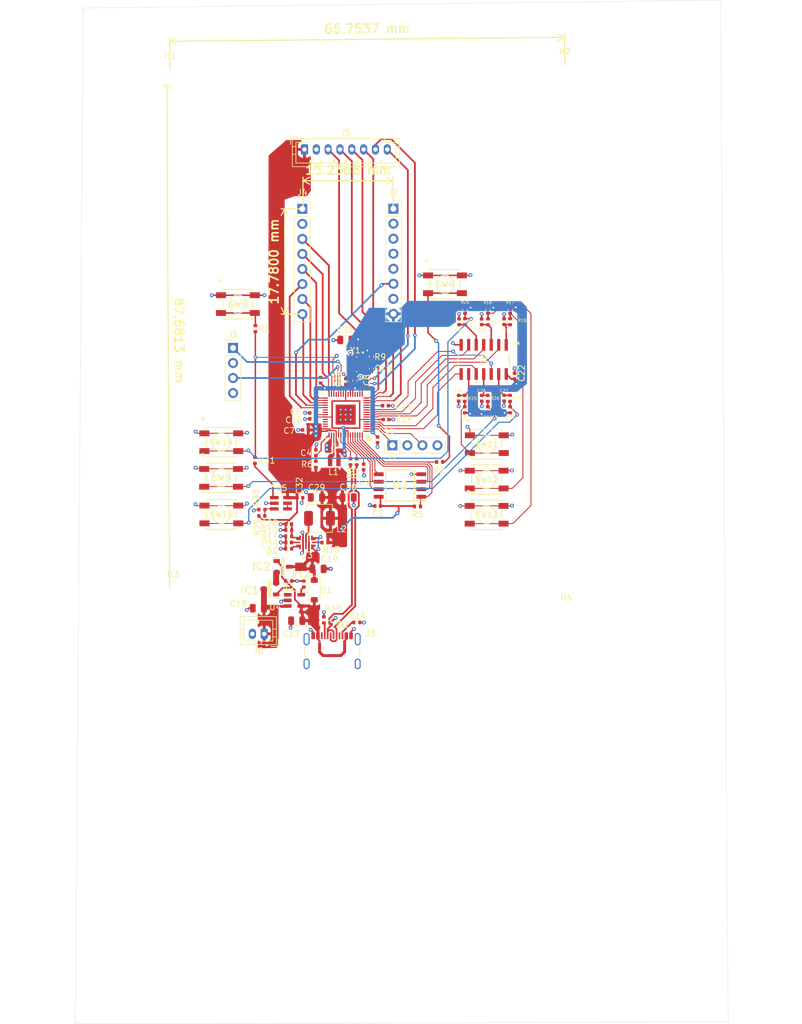
<source format=kicad_pcb>
(kicad_pcb (version 20240108) (generator "pcbnew") (generator_version "8.0")
  (title_block (title "gamer") (rev "1") (company "Stefan Praniauskas"))
  (layers (0 "F.Cu" signal) (1 "In1.Cu" signal) (2 "In2.Cu" signal) (31 "B.Cu" power) (34 "B.Paste" user) (35 "F.Paste" user) (36 "B.SilkS" user "B.Silkscreen") (37 "F.SilkS" user "F.Silkscreen") (38 "B.Mask" user) (39 "F.Mask" user) (44 "Edge.Cuts" user))
  (net 0 "")
  (net 1 "GND")
  (net 2 "+3V3")
  (net 3 "+1V1")
  (net 4 "/VREG_AVDD")
  (net 5 "VBUS")
  (net 6 "/VBAT")
  (net 7 "Net-(C21-Pad1)")
  (net 8 "Net-(C23-Pad1)")
  (net 9 "Net-(C24-Pad1)")
  (net 10 "Net-(C25-Pad1)")
  (net 11 "Net-(C26-Pad1)")
  (net 12 "Net-(C27-Pad1)")
  (net 13 "/USB_D+")
  (net 14 "/USB_D-")
  (net 15 "/SWD")
  (net 16 "/SWCLK")
  (net 17 "/DIO1")
  (net 26 "/USB_CC1")
  (net 28 "/USB_CC2")
  (net 29 "/uC_RESET")
  (net 30 "/uC_BUSY")
  (net 32 "/CS{slash}NSS")
  (net 33 "/SPI0_RX")
  (net 34 "/SPI0_TX")
  (net 35 "/SPI0_CLK")
  (net 36 "/DISPLAY_RESET")
  (net 37 "/SPI1_TX")
  (net 38 "/DISPLAY_BUSY")
  (net 39 "/SPI1_CLK")
  (net 40 "/DISPLAY_DC")
  (net 41 "/SPI1_CS")
  (net 42 "/VREG_LX")
  (net 43 "/RUN_IN")
  (net 44 "/RUN")
  (net 45 "/QSPI_SS")
  (net 46 "/~{USB_BOOT}")
  (net 47 "Net-(U1-USB_DP)")
  (net 48 "Net-(U1-USB_DM)")
  (net 49 "Net-(Y1-TRI-STATE(STBY))")
  (net 50 "Net-(U4-PROG)")
  (net 51 "Net-(R16-Pad1)")
  (net 52 "Net-(R18-Pad2)")
  (net 53 "Net-(R20-Pad2)")
  (net 54 "Net-(R22-Pad2)")
  (net 55 "Net-(R23-Pad2)")
  (net 56 "Net-(R24-Pad2)")
  (net 58 "/BTN_BACK")
  (net 60 "/BTN_MACRO_B")
  (net 61 "/QSPI_SD3")
  (net 62 "/BTN_MACRO_A")
  (net 63 "/QSPI_SD2")
  (net 65 "/BTN_NEXT")
  (net 66 "/XIN")
  (net 69 "unconnected-(U1-GPIO16-Pad27)")
  (net 70 "/QSPI_SD1")
  (net 72 "/UART_Tx_DEBUG")
  (net 73 "/UART_Rx_DEBUG")
  (net 74 "/BTN_OK")
  (net 77 "/QSPI_SCLK")
  (net 78 "/QSPI_SD0")
  (net 79 "/BTN_MACRO_C")
  (net 82 "/Converter_In")
  (net 83 "Net-(U3-SS_TR)")
  (net 84 "Net-(U3-FB)")
  (net 85 "Net-(IC1-S)")
  (net 86 "/Converter_Out")
  (net 87 "Net-(U3-COMP_FSET)")
  (net 88 "Net-(U3-PG)")
  (net 89 "Net-(U5-IN+)")
  (net 90 "Net-(U5-OUT)")
  (net 91 "Net-(U5-IN-)")
  (footprint "Capacitor_SMD:C_0402_1005Metric" (layer "F.Cu") (at 139.775 89.015 90)
    (property "Reference" "C4")
    (property "Value" "4.7u")
  )
  (footprint "Capacitor_SMD:C_0402_1005Metric" (layer "F.Cu") (at 151.55 81.07)
    (property "Reference" "C11")
    (property "Value" "100n")
  )
  (footprint "Resistor_SMD:R_0402_1005Metric" (layer "F.Cu") (at 164.96 81.7638 90)
    (property "Reference" "R22")
    (property "Value" "10k")
  )
  (footprint "Resistor_SMD:R_0402_1005Metric" (layer "F.Cu") (at 129.475 90.3 90)
    (property "Reference" "R31")
    (property "Value" "10k")
  )
  (footprint "Inductor_SMD:L_Changjiang_FXL0420" (layer "F.Cu") (at 140.385202 100.0993)
    (property "Reference" "L2")
    (property "Value" "0.47u")
  )
  (footprint "Resistor_SMD:R_0402_1005Metric" (layer "F.Cu") (at 164.95 79.83 90)
    (property "Reference" "R25")
    (property "Value" "10k")
  )
  (footprint "Resistor_SMD:R_0402_1005Metric" (layer "F.Cu") (at 135.1752 110.6902)
    (property "Reference" "R3")
    (property "Value" "100k")
  )
  (footprint "My_Footprints:SOT96P240X110-3N" (layer "F.Cu") (at 134.1952 108.2802)
    (property "Reference" "IC2")
    (property "Value" "DMP1045U-7" (hide yes))
  )
  (footprint "My_Footprints:SOT-723_0P85X1P25_ONS-L" (layer "F.Cu") (at 142.545201 117.9095)
    (property "Reference" "D2")
    (property "Value" "ESD7L5.0DT5G")
  )
  (footprint "My_Footprints:XTAL_ASE-12.000MHZ-ET" (layer "F.Cu") (at 146.67 74.085 -90)
    (property "Reference" "Y1")
    (property "Value" "ASE-12.000MHZ-ET")
  )
  (footprint "Resistor_SMD:R_0402_1005Metric" (layer "F.Cu") (at 149.175 72.775 -90)
    (property "Reference" "R9")
    (property "Value" "10k")
  )
  (footprint "Resistor_SMD:R_0402_1005Metric" (layer "F.Cu") (at 156.95 98.1)
    (property "Reference" "R5")
    (property "Value" "10k")
  )
  (footprint "Resistor_SMD:R_0402_1005Metric" (layer "F.Cu") (at 145.625 90.55 90)
    (property "Reference" "R8")
    (property "Value" "27")
  )
  (footprint "Resistor_SMD:R_0402_1005Metric" (layer "F.Cu") (at 141.31 104.2 180)
    (property "Reference" "R13")
    (property "Value" "100k")
  )
  (footprint "My_Footprints:RP2350A_QFN-60_EP_7.75x7.75_Pitch0.4mm" (layer "F.Cu") (at 144.8122 82.5822 180)
    (property "Reference" "U1" (hide yes))
    (property "Value" "RP2350_60QFN")
  )
  (footprint "Capacitor_SMD:C_0402_1005Metric" (layer "F.Cu") (at 135.185202 101.0593)
    (property "Reference" "C28")
    (property "Value" "10p")
  )
  (footprint "Diode_SMD:D_SOD-123" (layer "F.Cu") (at 139.5052 112.2102 -90)
    (property "Reference" "D1")
    (property "Value" "MBR0520LT")
  )
  (footprint "Connector_PinSocket_2.54mm:PinSocket_1x08_P2.54mm_Vertical" (layer "F.Cu") (at 137.495 47.805)
    (property "Reference" "J4")
    (property "Value" "Conn_01x08_Socket")
  )
  (footprint "My_Footprints:PTS 647 SN50 SMTR2 LFS" (layer "F.Cu") (at 168.6775 87.57)
    (property "Reference" "SW11")
    (property "Value" "PTS 647 SN50 SMTR2 LFS")
  )
  (footprint "MountingHole:MountingHole_2.7mm_M2.5" (layer "F.Cu") (at 181.88 24.87)
    (property "Reference" "H2")
    (property "Value" "MountingHole")
  )
  (footprint "Capacitor_SMD:C_0402_1005Metric" (layer "F.Cu") (at 137.08 96.625)
    (property "Reference" "C32")
    (property "Value" "0.1u")
  )
  (footprint "Resistor_SMD:R_0402_1005Metric" (layer "F.Cu") (at 172.6 79.82 90)
    (property "Reference" "R27")
    (property "Value" "10k")
  )
  (footprint "Resistor_SMD:R_0402_1005Metric" (layer "F.Cu") (at 168.85 81.76 90)
    (property "Reference" "R23")
    (property "Value" "10k")
  )
  (footprint "Capacitor_SMD:C_0402_1005Metric" (layer "F.Cu") (at 150.21 86.84 -90)
    (property "Reference" "C10")
    (property "Value" "100n")
  )
  (footprint "Capacitor_SMD:C_0805_2012Metric" (layer "F.Cu") (at 144.85 69.95 180)
    (property "Reference" "C31")
    (property "Value" "22u")
  )
  (footprint "My_Footprints:PTS 647 SN50 SMTR2 LFS" (layer "F.Cu") (at 123.7925 87.24)
    (property "Reference" "SW14")
    (property "Value" "PTS 647 SN50 SMTR2 LFS")
  )
  (footprint "Resistor_SMD:R_0402_1005Metric" (layer "F.Cu") (at 129.55 68.05 -90)
    (property "Reference" "R1")
    (property "Value" "1k")
  )
  (footprint "MountingHole:MountingHole_2.7mm_M2.5" (layer "F.Cu") (at 115.13 25.57)
    (property "Reference" "H1")
    (property "Value" "MountingHole")
  )
  (footprint "My_Footprints:PTS 647 SN50 SMTR2 LFS" (layer "F.Cu") (at 168.65 93.55)
    (property "Reference" "SW12")
    (property "Value" "PTS 647 SN50 SMTR2 LFS")
  )
  (footprint "Resistor_SMD:R_0402_1005Metric" (layer "F.Cu") (at 135.185202 102.0893)
    (property "Reference" "R10")
    (property "Value" "88.7k")
  )
  (footprint "Package_TO_SOT_SMD:SOT-23-5" (layer "F.Cu") (at 136.1652 113.9702)
    (property "Reference" "U4")
    (property "Value" "MCP73812T-420I-OT")
  )
  (footprint "Capacitor_SMD:C_0402_1005Metric" (layer "F.Cu") (at 150.225 98.025 180)
    (property "Reference" "C1")
    (property "Value" "100n")
  )
  (footprint "Capacitor_SMD:C_0402_1005Metric" (layer "F.Cu") (at 163.98 66.8838 90)
    (property "Reference" "C24")
    (property "Value" "0.1u")
  )
  (footprint "Resistor_SMD:R_0402_1005Metric" (layer "F.Cu") (at 135.175202 105.2493 180)
    (property "Reference" "R4")
    (property "Value" "8.06k")
  )
  (footprint "Connector_PinSocket_2.54mm:PinSocket_1x08_P2.54mm_Vertical" (layer "F.Cu") (at 152.88 47.77)
    (property "Reference" "J2")
    (property "Value" "Conn_01x08_Socket")
  )
  (footprint "Resistor_SMD:R_0402_1005Metric" (layer "F.Cu") (at 165 64.93 -90)
    (property "Reference" "R20")
    (property "Value" "10k")
  )
  (footprint "Capacitor_SMD:C_0402_1005Metric" (layer "F.Cu") (at 140.58 76.76 90)
    (property "Reference" "C5" (hide yes))
    (property "Value" "100n")
  )
  (footprint "Capacitor_SMD:C_0402_1005Metric" (layer "F.Cu") (at 149.175 74.795 90)
    (property "Reference" "C13")
    (property "Value" "1u")
  )
  (footprint "My_Footprints:PTS 647 SN50 SMTR2 LFS" (layer "F.Cu") (at 168.64 99.5)
    (property "Reference" "SW13")
    (property "Value" "PTS 647 SN50 SMTR2 LFS")
  )
  (footprint "Resistor_SMD:R_0402_1005Metric" (layer "F.Cu") (at 139.775 90.975 90)
    (property "Reference" "R6")
    (property "Value" "33")
  )
  (footprint "Capacitor_SMD:C_0402_1005Metric" (layer "F.Cu") (at 139.23 82.3 180)
    (property "Reference" "C6")
    (property "Value" "100n")
  )
  (footprint "My_Global_Inductors:AOTA-B201610S3R3-101-T" (layer "F.Cu") (at 142.89 90.43 180)
    (property "Reference" "L1")
    (property "Value" "3.3u")
  )
  (footprint "Resistor_SMD:R_0402_1005Metric" (layer "F.Cu") (at 137.7352 111.2102 90)
    (property "Reference" "R12")
    (property "Value" "10k")
  )
  (footprint "Resistor_SMD:R_0402_1005Metric" (layer "F.Cu") (at 130.64 99.7)
    (property "Reference" "R29")
    (property "Value" "1.5Meg")
  )
  (footprint "Capacitor_SMD:C_0402_1005Metric" (layer "F.Cu") (at 139.24 83.29 180)
    (property "Reference" "C16")
    (property "Value" "100n")
  )
  (footprint "Capacitor_SMD:C_0805_2012Metric" (layer "F.Cu") (at 136.5352 117.4002 180)
    (property "Reference" "C17")
    (property "Value" "4.7u")
  )
  (footprint "Capacitor_SMD:C_0402_1005Metric" (layer "F.Cu") (at 144.85 76.995 90)
    (property "Reference" "C15")
    (property "Value" "4.7u")
  )
  (footprint "Capacitor_SMD:C_0805_2012Metric" (layer "F.Cu") (at 145.225 96.575)
    (property "Reference" "C30")
    (property "Value" "22u")
  )
  (footprint "Capacitor_SMD:C_0402_1005Metric" (layer "F.Cu") (at 138.015 85.165 180)
    (property "Reference" "C7")
    (property "Value" "100n")
  )
  (footprint "Capacitor_SMD:C_0402_1005Metric" (layer "F.Cu") (at 167.82 79.82 -90)
    (property "Reference" "C26")
    (property "Value" "0.1u")
  )
  (footprint "My_Footprints:DBV6" (layer "F.Cu") (at 133.862802 97.554999)
    (property "Reference" "U5")
    (property "Value" "TLV3012AIDBVR")
  )
  (footprint "Resistor_SMD:R_0402_1005Metric" (layer "F.Cu") (at 135.175202 103.1293 180)
    (property "Reference" "R11")
    (property "Value" "19.6k")
  )
  (footprint "My_Footprints:RWY0009A" (layer "F.Cu") (at 138.105201 104.1693 -90)
    (property "Reference" "U3")
    (property "Value" "TPS628110AQWRWYRQ1")
  )
  (footprint "Connector_USB:USB_C_Receptacle_GCT_USB4105-xx-A_16P_TopMnt_Horizontal" (layer "F.Cu") (at 142.52 123.625)
    (property "Reference" "J3")
    (property "Value" "USB_C_Receptacle_USB2.0_16P")
  )
  (footprint "Resistor_SMD:R_0402_1005Metric" (layer "F.Cu") (at 165 66.87 -90)
    (property "Reference" "R21")
    (property "Value" "10k")
  )
  (footprint "Capacitor_SMD:C_0402_1005Metric" (layer "F.Cu") (at 171.6 79.8 -90)
    (property "Reference" "C27")
    (property "Value" "0.1u")
  )
  (footprint "My_Footprints:PTS 647 SN50 SMTR2 LFS" (layer "F.Cu") (at 126.59 63.9)
    (property "Reference" "SW1")
    (property "Value" "PTS 647 SN50 SMTR2 LFS")
  )
  (footprint "My_Footprints:C_0402_1005Metric_small_pads" (layer "F.Cu") (at 142.82 87.67 180)
    (property "Reference" "C2")
    (property "Value" "4.7u")
  )
  (footprint "Capacitor_SMD:C_0402_1005Metric" (layer "F.Cu") (at 173.38 76.07 -90)
    (property "Reference" "C22")
    (property "Value" "0.1u")
  )
  (footprint "Resistor_SMD:R_0402_1005Metric" (layer "F.Cu") (at 172.63 64.93 -90)
    (property "Reference" "R17")
    (property "Value" "10k")
  )
  (footprint "Capacitor_SMD:C_0402_1005Metric" (layer "F.Cu") (at 146.39 76.85 90)
    (property "Reference" "C8")
    (property "Value" "100n")
  )
  (footprint "Resistor_SMD:R_0402_1005Metric" (layer "F.Cu") (at 160.7 90.575 180)
    (property "Reference" "R2")
    (property "Value" "1k")
  )
  (footprint "Capacitor_SMD:C_0402_1005Metric" (layer "F.Cu") (at 163.92 79.8138 -90)
    (property "Reference" "C25")
    (property "Value" "0.1u")
  )
  (footprint "Capacitor_SMD:C_0402_1005Metric" (layer "F.Cu") (at 171.59 66.87 90)
    (property "Reference" "C21")
    (property "Value" "0.1u")
  )
  (footprint "Resistor_SMD:R_0402_1005Metric" (layer "F.Cu") (at 168.88 66.89 -90)
    (property "Reference" "R19")
    (property "Value" "10k")
  )
  (footprint "My_Footprints:SOIC127P790X216-8N" (layer "F.Cu") (at 154 94.55 180)
    (property "Reference" "U2")
    (property "Value" "W25Q128JVS" (hide yes))
  )
  (footprint "MountingHole:MountingHole_2.7mm_M2.5" (layer "F.Cu") (at 115.6 113.25)
    (property "Reference" "H3")
    (property "Value" "MountingHole")
  )
  (footprint "Capacitor_SMD:C_0805_2012Metric" (layer "F.Cu") (at 140.1352 108.6402)
    (property "Reference" "C19")
    (property "Value" "22u")
  )
  (footprint "Capacitor_SMD:C_0805_2012Metric" (layer "F.Cu") (at 139.875 96.575 180)
    (property "Reference" "C29")
    (property "Value" "10u")
  )
  (footprint "My_Footprints:PTS 647 SN50 SMTR2 LFS" (layer "F.Cu") (at 123.7525 93.26)
    (property "Reference" "SW9")
    (property "Value" "PTS 647 SN50 SMTR2 LFS")
  )
  (footprint "Capacitor_SMD:C_0805_2012Metric" (layer "F.Cu") (at 130.05 115.3 180)
    (property "Reference" "C18")
    (property "Value" "4.7u")
  )
  (footprint "My_Footprints:SOT96P240X110-3N" (layer "F.Cu") (at 132.0052 112.0102 180)
    (property "Reference" "IC1")
    (property "Value" "DMP1045U-7" (hide yes))
  )
  (footprint "Connector_PinHeader_2.54mm:PinHeader_1x04_P2.54mm_Vertical" (layer "F.Cu") (at 125.775 71.31)
    (property "Reference" "J1")
    (property "Value" "Conn_01x04_Pin")
  )
  (footprint "Resistor_SMD:R_0402_1005Metric" (layer "F.Cu") (at 172.61 81.7638 90)
    (property "Reference" "R24")
    (property "Value" "10k")
  )
  (footprint "Connector_JST:JST_PH_B8B-PH-K_1x08_P2.00mm_Vertical" (layer "F.Cu") (at 137.85 37.76)
    (property "Reference" "J5")
    (property "Value" "Conn_01x08_Socket")
  )
  (footprint "My_Footprints:SN74HC14DR_D14" (layer "F.Cu") (at 168.15 73.2462 -90)
    (property "Reference" "U6")
    (property "Value" "74HC14")
  )
  (footprint "My_Footprints:PTS 647 SN50 SMTR2 LFS" (layer "F.Cu") (at 123.8025 99.45)
    (property "Reference" "SW10")
    (property "Value" "PTS 647 SN50 SMTR2 LFS")
  )
  (footprint "Resistor_SMD:R_0402_1005Metric" (layer "F.Cu") (at 130.65 98.625 180)
    (property "Reference" "R30")
    (property "Value" "1Meg")
  )
  (footprint "Connector_JST:JST_PH_B2B-PH-K_1x02_P2.00mm_Vertical" (layer "F.Cu") (at 131.0452 119.6302 180)
    (property "Reference" "J6")
    (property "Value" "Conn_01x02_Pin")
  )
  (footprint "Resistor_SMD:R_0402_1005Metric" (layer "F.Cu") (at 141.125 117.275 90)
    (property "Reference" "R15")
    (property "Value" "5.1k")
  )
  (footprint "Capacitor_SMD:C_0402_1005Metric" (layer "F.Cu") (at 147.85 91.415 -90)
    (property "Reference" "C9")
    (property "Value" "100n")
  )
  (footprint "Connector_PinHeader_2.54mm:PinHeader_1x04_P2.54mm_Vertical" (layer "F.Cu") (at 152.71 87.76 90)
    (property "Reference" "J7")
    (property "Value" "Conn_01x04_Pin")
  )
  (footprint "My_Footprints:PTS 647 SN50 SMTR2 LFS" (layer "F.Cu") (at 161.6 60.55)
    (property "Reference" "SW4")
    (property "Value" "PTS 647 SN50 SMTR2 LFS")
  )
  (footprint "Resistor_SMD:R_0402_1005Metric" (layer "F.Cu") (at 146.675 90.55 90)
    (property "Reference" "R7")
    (property "Value" "27")
  )
  (footprint "My_Footprints:C_0402_1005Metric_small_pads" (layer "F.Cu") (at 142.82 88.7 180)
    (property "Reference" "C3")
    (property "Value" "4.7u")
  )
  (footprint "Resistor_SMD:R_0402_1005Metric" (layer "F.Cu") (at 172.62 66.87 -90)
    (property "Reference" "R16")
    (property "Value" "10k")
  )
  (footprint "Resistor_SMD:R_0402_1005Metric" (layer "F.Cu") (at 146.7 117.7)
    (property "Reference" "R14")
    (property "Value" "5.1k")
  )
  (footprint "MountingHole:MountingHole_2.7mm_M2.5" (layer "F.Cu") (at 182.11 117.2)
    (property "Reference" "H4")
    (property "Value" "MountingHole")
  )
  (footprint "Capacitor_SMD:C_0402_1005Metric" (layer "F.Cu") (at 135.175202 104.1893 180)
    (property "Reference" "C20")
    (property "Value" "4.7n")
  )
  (footprint "Resistor_SMD:R_0402_1005Metric" (layer "F.Cu") (at 168.84 79.84 90)
    (property "Reference" "R26")
    (property "Value" "10k")
  )
  (footprint "Resistor_SMD:R_0402_1005Metric" (layer "F.Cu") (at 168.87 64.92 -90)
    (property "Reference" "R18")
    (property "Value" "10k")
  )
  (footprint "Capacitor_SMD:C_0402_1005Metric" (layer "F.Cu") (at 167.8 66.89 90)
    (property "Reference" "C23")
    (property "Value" "0.1u")
  )
  (footprint "Capacitor_SMD:C_0402_1005Metric" (layer "F.Cu") (at 151.645 83.4)
    (property "Reference" "C14")
    (property "Value" "100n")
  )
  (gr_line (start 208.16 12.53) (end 100.44 13.86) (stroke (width 0.05)) (layer "Edge.Cuts"))
  (gr_line (start 209.48 185.21) (end 208.16 12.53) (stroke (width 0.05)) (layer "Edge.Cuts"))
  (gr_line (start 100.44 13.86) (end 99.12 185.54) (stroke (width 0.05)) (layer "Edge.Cuts"))
  (gr_line (start 99.12 185.54) (end 209.48 185.21) (stroke (width 0.05)) (layer "Edge.Cuts"))
  (dimension (type aligned) (layer "F.SilkS") (pts (xy 114.5775 26.23) (xy 115.0475 113.91)) (height 0) (gr_text "87.6813 mm" (at 116.612474 70.060351 270.3071254) (layer "F.SilkS") (effects (font (size 1.5 1.5) (thickness 0.3)))) (format (prefix "") (suffix "") (units 3) (units_format 1) (precision 4)) (style (thickness 0.2) (arrow_length 1.27) (text_position_mode 0) (extension_height 0.58642) (extension_offset 0.5) keep_text_aligned))
  (dimension (type aligned) (layer "F.SilkS") (pts (xy 137.5984 47.8128) (xy 137.5984 65.5928)) (height 3.098799) (gr_text "17.7800 mm" (at 132.699601 56.7028 90) (layer "F.SilkS") (effects (font (size 1.5 1.5) (thickness 0.3)))) (format (prefix "") (suffix "") (units 3) (units_format 1) (precision 4)) (style (thickness 0.2) (arrow_length 1.27) (text_position_mode 0) (extension_height 0.58642) (extension_offset 0.5) keep_text_aligned))
  (dimension (type aligned) (layer "F.SilkS") (pts (xy 115.13 25.57) (xy 181.88 24.87)) (height -6.077252) (gr_text "66.7537 mm" (at 148.422397 17.343181 0.6008325918) (layer "F.SilkS") (effects (font (size 1.5 1.5) (thickness 0.3)))) (format (prefix "") (suffix "") (units 3) (units_format 1) (precision 4)) (style (thickness 0.2) (arrow_length 1.27) (text_position_mode 0) (extension_height 0.58642) (extension_offset 0.5) keep_text_aligned))
  (dimension (type aligned) (layer "F.SilkS") (pts (xy 137.5984 47.8128) (xy 152.8352 47.806)) (height -4.763169) (gr_text "15.2368 mm" (at 145.213871 41.246231 0.0255704134) (layer "F.SilkS") (effects (font (size 1.5 1.5) (thickness 0.3)))) (format (prefix "") (suffix "") (units 3) (units_format 1) (precision 4)) (style (thickness 0.2) (arrow_length 1.27) (text_position_mode 0) (extension_height 0.58642) (extension_offset 0.5) keep_text_aligned))
  (segment (start 142.3 108.6402) (end 142.3152 108.6402) (width 0.5) (layer "F.Cu") (net 1))
  (segment (start 127.77 97.97) (end 126.6675 97.97) (width 0.15) (layer "F.Cu") (net 1))
  (segment (start 143.775 70) (end 143.95 69.825) (width 0.3) (layer "F.Cu") (net 1))
  (segment (start 137.375 97.5) (end 137.56 97.315) (width 0.15) (layer "F.Cu") (net 1))
  (segment (start 128.05 85.72) (end 126.5975 85.72) (width 0.15) (layer "F.Cu") (net 1))
  (segment (start 142.75 70) (end 143.775 70) (width 0.3) (layer "F.Cu") (net 1))
  (segment (start 120.9525 97.97) (end 126.6675 97.97) (width 0.15) (layer "F.Cu") (net 1))
  (segment (start 149.075 98.025) (end 148.95 97.9) (width 0.3) (layer "F.Cu") (net 1))
  (segment (start 172.87 98) (end 172.98 97.89) (width 0.15) (layer "F.Cu") (net 1))
  (segment (start 165.7925 92.05) (end 164.24 92.05) (width 0.15) (layer "F.Cu") (net 1))
  (segment (start 172.925 92.015) (end 172.96 91.98) (width 0.15) (layer "F.Cu") (net 1))
  (segment (start 141.125 116.765) (end 141.125 115.975) (width 0.3) (layer "F.Cu") (net 1))
  (segment (start 164.24 92.05) (end 164.21 92.02) (width 0.15) (layer "F.Cu") (net 1))
  (segment (start 165.82 86.07) (end 165.82 85.05) (width 0.15) (layer "F.Cu") (net 1))
  (segment (start 133.85 104.1893) (end 134.695202 104.1893) (width 0.3) (layer "F.Cu") (net 1))
  (segment (start 171.6 65.575) (end 171.59 65.585) (width 0.3) (layer "F.Cu") (net 1))
  (segment (start 134.695202 103.1593) (end 134.665202 103.1293) (width 0.3) (layer "F.Cu") (net 1))
  (segment (start 152.76 81.07) (end 152.03 81.07) (width 0.2) (layer "F.Cu") (net 1))
  (segment (start 120.8825 91.73) (end 126.5975 91.73) (width 0.15) (layer "F.Cu") (net 1))
  (segment (start 133.9 114.2) (end 134.1298 113.9702) (width 0.3) (layer "F.Cu") (net 1))
  (segment (start 155.925 92.65) (end 155.93 92.645) (width 0.2) (layer "F.Cu") (net 1))
  (segment (start 128.13 97.61) (end 127.77 97.97) (width 0.15) (layer "F.Cu") (net 1))
  (segment (start 147.85 92.8) (end 147.925 92.875) (width 0.15) (layer "F.Cu") (net 1))
  (segment (start 164.21 92.01) (end 164.2 92.01) (width 0.15) (layer "F.Cu") (net 1))
  (segment (start 137.4 106) (end 137.4 105.9) (width 0.3) (layer "F.Cu") (net 1))
  (segment (start 133.8 103.1293) (end 134.665202 103.1293) (width 0.3) (layer "F.Cu") (net 1))
  (segment (start 144.45 75.73) (end 144.85 76.13) (width 0.15) (layer "F.Cu") (net 1))
  (segment (start 137.56 97.315) (end 137.56 96.625) (width 0.15) (layer "F.Cu") (net 1))
  (segment (start 120.8825 91.73) (end 119.62 91.73) (width 0.15) (layer "F.Cu") (net 1))
  (segment (start 136.6 110.6902) (end 137.7252 110.6902) (width 0.3) (layer "F.Cu") (net 1))
  (segment (start 129.425 98.625) (end 130.14 98.625) (width 0.15) (layer "F.Cu") (net 1))
  (segment (start 119.62 91.73) (end 119.44 91.55) (width 0.15) (layer "F.Cu") (net 1))
  (segment (start 171.55 81.1) (end 171.6 81.05) (width 0.25) (layer "F.Cu") (net 1))
  (segment (start 150.21 87.32) (end 150.21 88.035) (width 0.2) (layer "F.Cu") (net 1))
  (segment (start 147.31 76.2) (end 147.14 76.37) (width 0.15) (layer "F.Cu") (net 1))
  (segment (start 163.98 65.57) (end 163.98 66.4038) (width 0.25) (layer "F.Cu") (net 1))
  (segment (start 163.2574 70.7824) (end 164.34 70.7824) (width 0.25) (layer "F.Cu") (net 1))
  (segment (start 171.6 81.05) (end 171.6 80.28) (width 0.25) (layer "F.Cu") (net 1))
  (segment (start 142.3152 108.6402) (end 142.325 108.65) (width 0.5) (layer "F.Cu") (net 1))
  (segment (start 147.21 117.7) (end 147.875 117.7) (width 0.3) (layer "F.Cu") (net 1))
  (segment (start 129.275 98.775) (end 129.425 98.625) (width 0.15) (layer "F.Cu") (net 1))
  (segment (start 152.87 83.4) (end 152.125 83.4) (width 0.2) (layer "F.Cu") (net 1))
  (segment (start 134.665202 104.2193) (end 134.695202 104.1893) (width 0.3) (layer "F.Cu") (net 1))
  (segment (start 158.7425 59.05) (end 164.4575 59.05) (width 0.25) (layer "F.Cu") (net 1))
  (segment (start 147.14 76.37) (end 146.39 76.37) (width 0.15) (layer "F.Cu") (net 1))
  (segment (start 147.875 117.7) (end 147.9 117.725) (width 0.3) (layer "F.Cu") (net 1))
  (segment (start 144.85 76.13) (end 144.85 76.515) (width 0.15) (layer "F.Cu") (net 1))
  (segment (start 135.5852 118.5148) (end 135.5852 117.4002) (width 0.3) (layer "F.Cu") (net 1))
  (segment (start 146.2 118.8) (end 145.72 119.28) (width 0.3) (layer "F.Cu") (net 1))
  (segment (start 165.82 85.05) (end 165.41 84.64) (width 0.15) (layer "F.Cu") (net 1))
  (segment (start 167.8 65.575) (end 167.8 66.41) (width 0.25) (layer "F.Cu") (net 1))
  (segment (start 137.605202 104.1693) (end 137.605202 102.605202) (width 0.3) (layer "F.Cu") (net 1))
  (segment (start 139.775 87.7) (end 139.775 88.535) (width 0.2) (layer "F.Cu") (net 1))
  (segment (start 134.695202 104.1893) (end 134.695202 103.1593) (width 0.3) (layer "F.Cu") (net 1))
  (segment (start 171.4975 98) (end 172.87 98) (width 0.15) (layer "F.Cu") (net 1))
  (segment (start 137.7252 110.6902) (end 137.7352 110.7002) (width 0.3) (layer "F.Cu") (net 1))
  (segment (start 119.44 85.45) (end 119.71 85.72) (width 0.15) (layer "F.Cu") (net 1))
  (segment (start 137.4 106) (end 137.605202 105.794798) (width 0.3) (layer "F.Cu") (net 1))
  (segment (start 133.825 105.2493) (end 134.665202 105.2493) (width 0.3) (layer "F.Cu") (net 1))
  (segment (start 164 65.55) (end 163.98 65.57) (width 0.25) (layer "F.Cu") (net 1))
  (segment (start 171.59 65.585) (end 171.59 66.39) (width 0.3) (layer "F.Cu") (net 1))
  (segment (start 125.725 62.4) (end 129.4475 62.4) (width 0.25) (layer "F.Cu") (net 1))
  (segment (start 138.874999 118.925001) (end 138.875 118.925001) (width 0.3) (layer "F.Cu") (net 1))
  (segment (start 135.6852 110.6902) (end 136.6 110.6902) (width 0.3) (layer "F.Cu") (net 1))
  (segment (start 165.9125 58.9875) (end 165.85 59.05) (width 0.25) (layer "F.Cu") (net 1))
  (segment (start 135.5 118.6) (end 135.5852 118.5148) (width 0.3) (layer "F.Cu") (net 1))
  (segment (start 145.72 119.28) (end 145.72 119.945) (width 0.3) (layer "F.Cu") (net 1))
  (segment (start 172.86 86.07) (end 172.98 85.95) (width 0.15) (layer "F.Cu") (net 1))
  (segment (start 165.7825 98) (end 171.4975 98) (width 0.15) (layer "F.Cu") (net 1))
  (segment (start 147.85 91.895) (end 147.85 92.8) (width 0.15) (layer "F.Cu") (net 1))
  (segment (start 164.21 92.02) (end 164.21 92.01) (width 0.15) (layer "F.Cu") (net 1))
  (segment (start 150.21 88.035) (end 150.205 88.04) (width 0.2) (layer "F.Cu") (net 1))
  (segment (start 163.92 81.17) (end 163.92 80.2938) (width 0.25) (layer "F.Cu") (net 1))
  (segment (start 137.99 82.3) (end 138.75 82.3) (width 0.2) (layer "F.Cu") (net 1))
  (segment (start 131.325 97.554999) (end 132.745202 97.554999) (width 0.15) (layer "F.Cu") (net 1))
  (segment (start 164.2 92.01) (end 164.21 92.02) (width 0.15) (layer "F.Cu") (net 1))
  (segment (start 120.9525 97.97) (end 119.68 97.97) (width 0.15) (layer "F.Cu") (net 1))
  (segment (start 126.5975 91.73) (end 127.89 91.73) (width 0.15) (layer "F.Cu") (net 1))
  (segment (start 162.95 70.475) (end 163.2574 70.7824) (width 0.25) (layer "F.Cu") (net 1))
  (segment (start 119.71 85.72) (end 120.8825 85.72) (width 0.15) (layer "F.Cu") (net 1))
  (segment (start 128.4 115.3) (end 128.1 115.6) (width 0.3) (layer "F.Cu") (net 1))
  (segment (start 157.25 59.025) (end 157.275 59.05) (width 0.25) (layer "F.Cu") (net 1))
  (segment (start 163.925 81.175) (end 163.92 81.17) (width 0.25) (layer "F.Cu") (net 1))
  (segment (start 129.1 115.3) (end 128.4 115.3) (width 0.3) (layer "F.Cu") (net 1))
  (segment (start 119.68 97.97) (end 119.42 97.71) (width 0.15) (layer "F.Cu") (net 1))
  (segment (start 137.99 83.29) (end 138.76 83.29) (width 0.2) (layer "F.Cu") (net 1))
  (segment (start 128.14 85.63) (end 128.05 85.72) (width 0.15) (layer "F.Cu") (net 1))
  (segment (start 143.125 116.925) (end 142.6612 117.3888) (width 0.3) (layer "F.Cu") (net 1))
  (segment (start 138.875 118.925001) (end 139.32 119.370001) (width 0.3) (layer "F.Cu") (net 1))
  (segment (start 152.875 83.395) (end 152.87 83.4) (width 0.2) (layer "F.Cu") (net 1))
  (segment (start 164.21 98) (end 164.2 98.01) (width 0.15) (layer "F.Cu") (net 1))
  (segment (start 173.38 74.75) (end 173.38 75.59) (width 0.3) (layer "F.Cu") (net 1))
  (segment (start 127.21 97.97) (end 126.6675 97.97) (width 0.15) (layer "F.Cu") (net 1))
  (segment (start 165.85 59.05) (end 164.4575 59.05) (width 0.25) (layer "F.Cu") (net 1))
  (segment (start 137.605202 105.794798) (end 137.605202 104.1693) (width 0.3) (layer "F.Cu") (net 1))
  (segment (start 137.535 85.165) (end 136.775 85.165) (width 0.2) (layer "F.Cu") (net 1))
  (segment (start 145.61 72.14) (end 145.61 73.25) (width 0.3) (layer "F.Cu") (net 1))
  (segment (start 139.875 87.6) (end 139.775 87.7) (width 0.2) (layer "F.Cu") (net 1))
  (segment (start 145.61 73.25) (end 145.62 73.26) (width 0.3) (layer "F.Cu") (net 1))
  (segment (start 171.5075 92.05) (end 172.89 92.05) (width 0.15) (layer "F.Cu") (net 1))
  (segment (start 141.0852 108.6402) (end 142.3 108.6402) (width 0.5) (layer "F.Cu") (net 1))
  (segment (start 122.175 62.4) (end 123.7325 62.4) (width 0.25) (layer "F.Cu") (net 1))
  (segment (start 137.4 105.9) (end 137.5 105.8) (width 0.3) (layer "F.Cu") (net 1))
  (segment (start 157.275 59.05) (end 158.7425 59.05) (width 0.25) (layer "F.Cu") (net 1))
  (segment (start 152.765 81.075) (end 152.76 81.07) (width 0.2) (layer "F.Cu") (net 1))
  (segment (start 155.93 92.645) (end 157.6 92.645) (width 0.2) (layer "F.Cu") (net 1))
  (segment (start 167.82 81.16) (end 167.82 80.3) (width 0.25) (layer "F.Cu") (net 1))
  (segment (start 146.175 97.875) (end 146.175 96.575) (width 0.3) (layer "F.Cu") (net 1))
  (segment (start 149.745 98.025) (end 149.075 98.025) (width 0.3) (layer "F.Cu") (net 1))
  (segment (start 139.32 119.370001) (end 139.32 119.945) (width 0.3) (layer "F.Cu") (net 1))
  (segment (start 155.925 92.65) (end 156.67 92.65) (width 0.2) (layer "F.Cu") (net 1))
  (segment (start 165.7925 92.05) (end 171.5075 92.05) (width 0.15) (layer "F.Cu") (net 1))
  (segment (start 172.89 92.05) (end 172.925 92.015) (width 0.15) (layer "F.Cu") (net 1))
  (segment (start 123.7325 62.4) (end 125.725 62.4) (width 0.25) (layer "F.Cu") (net 1))
  (segment (start 127.89 91.73) (end 128.07 91.55) (width 0.15) (layer "F.Cu") (net 1))
  (segment (start 165.82 86.07) (end 171.535 86.07) (width 0.15) (layer "F.Cu") (net 1))
  (segment (start 138.1 95.685) (end 138.1 95.75) (width 0.15) (layer "F.Cu") (net 1))
  (segment (start 138.1 95.75) (end 138.925 96.575) (width 0.15) (layer "F.Cu") (net 1))
  (segment (start 171.535 86.07) (end 172.86 86.07) (width 0.15) (layer "F.Cu") (net 1))
  (segment (start 142.6612 117.3888) (end 142.545201 117.3888) (width 0.3) (layer "F.Cu") (net 1))
  (segment (start 134.1298 113.9702) (end 135.0277 113.9702) (width 0.3) (layer "F.Cu") (net 1))
  (segment (start 131.075 62.4) (end 129.4475 62.4) (width 0.25) (layer "F.Cu") (net 1))
  (segment (start 134.665202 105.2493) (end 134.665202 104.2193) (width 0.3) (layer "F.Cu") (net 1))
  (segment (start 165.7825 98) (end 164.21 98) (width 0.15) (layer "F.Cu") (net 1))
  (segment (start 120.8825 85.72) (end 126.5975 85.72) (width 0.15) (layer "F.Cu") (net 1))
  (segment (start 137.605202 102.605202) (end 137.5 102.5) (width 0.3) (layer "F.Cu") (net 1))
  (via (at 167.8 65.575) (size 0.65) (drill 0.3) (layers "F.Cu" "B.Cu") (net 1))
  (via (at 148.9028 97.867324) (size 0.7) (drill 0.3) (layers "F.Cu" "B.Cu") (net 1))
  (via (at 165.9125 58.9875) (size 0.65) (drill 0.3) (layers "F.Cu" "B.Cu") (net 1))
  (via (at 119.42 97.71) (size 0.65) (drill 0.3) (layers "F.Cu" "B.Cu") (net 1))
  (via (at 164 65.55) (size 0.65) (drill 0.3) (layers "F.Cu" "B.Cu") (net 1))
  (via (at 165.41 84.64) (size 0.65) (drill 0.3) (layers "F.Cu" "B.Cu") (net 1))
  (via (at 129.275 98.775) (size 0.65) (drill 0.3) (layers "F.Cu" "B.Cu") (net 1))
  (via (at 143.125 116.925) (size 0.65) (drill 0.3) (layers "F.Cu" "B.Cu") (net 1))
  (via (at 128.07 91.55) (size 0.65) (drill 0.3) (layers "F.Cu" "B.Cu") (net 1))
  (via (at 144.45 75.73) (size 0.6) (drill 0.25) (layers "F.Cu" "B.Cu") (net 1))
  (via (at 173.38 74.75) (size 0.7) (drill 0.3) (layers "F.Cu" "B.Cu") (net 1))
  (via (at 136.775 85.165) (size 0.65) (drill 0.3) (layers "F.Cu" "B.Cu") (net 1))
  (via (at 136.6 110.6902) (size 0.65) (drill 0.3) (layers "F.Cu" "B.Cu") (net 1))
  (via (at 172.98 85.95) (size 0.65) (drill 0.3) (layers "F.Cu" "B.Cu") (net 1))
  (via (at 172.925 92.015) (size 0.65) (drill 0.3) (layers "F.Cu" "B.Cu") (net 1))
  (via (at 139.875 87.6) (size 0.65) (drill 0.3) (layers "F.Cu" "B.Cu") (net 1))
  (via (at 150.205 88.04) (size 0.65) (drill 0.3) (layers "F.Cu" "B.Cu") (net 1))
  (via (at 128.1 115.6) (size 0.65) (drill 0.3) (layers "F.Cu" "B.Cu") (net 1))
  (via (at 157.25 59.025) (size 0.65) (drill 0.3) (layers "F.Cu" "B.Cu") (net 1))
  (via (at 131.075 62.4) (size 0.65) (drill 0.3) (layers "F.Cu" "B.Cu") (net 1))
  (via (at 131.325 97.554999) (size 0.65) (drill 0.3) (layers "F.Cu" "B.Cu") (net 1))
  (via (at 164.2 98.01) (size 0.65) (drill 0.3) (layers "F.Cu" "B.Cu") (net 1))
  (via (at 142.3 108.6402) (size 0.7) (drill 0.3) (layers "F.Cu" "B.Cu") (net 1))
  (via (at 141.625 87.775) (size 0.65) (drill 0.3) (layers "F.Cu" "B.Cu") (net 1))
  (via (at 163.925 81.175) (size 0.65) (drill 0.3) (layers "F.Cu" "B.Cu") (net 1))
  (via (at 133.9 114.2) (size 0.65) (drill 0.3) (layers "F.Cu" "B.Cu") (net 1))
  (via (at 146.2 118.8) (size 0.65) (drill 0.3) (layers "F.Cu" "B.Cu") (net 1))
  (via (at 137.935 83.345) (size 0.65) (drill 0.3) (layers "F.Cu" "B.Cu") (net 1))
  (via (at 138.1 95.685) (size 0.65) (drill 0.3) (layers "F.Cu" "B.Cu") (net 1))
  (via (at 138.874999 118.925001) (size 0.65) (drill 0.3) (layers "F.Cu" "B.Cu") (net 1))
  (via (at 135.5 118.6) (size 0.65) (drill 0.3) (layers "F.Cu" "B.Cu") (net 1))
  (via (at 162.95 70.475) (size 0.65) (drill 0.3) (layers "F.Cu" "B.Cu") (net 1))
  (via (at 152.765 81.075) (size 0.65) (drill 0.3) (layers "F.Cu" "B.Cu") (net 1))
  (via (at 137.96 82.27) (size 0.65) (drill 0.3) (layers "F.Cu" "B.Cu") (net 1))
  (via (at 147.925 92.875) (size 0.7) (drill 0.3) (layers "F.Cu" "B.Cu") (net 1))
  (via (at 142.75 70) (size 0.7) (drill 0.3) (layers "F.Cu" "B.Cu") (net 1))
  (via (at 152.875 83.395) (size 0.65) (drill 0.3) (layers "F.Cu" "B.Cu") (net 1))
  (via (at 133.825 105.2493) (size 0.65) (drill 0.3) (layers "F.Cu" "B.Cu") (net 1))
  (via (at 137.4 106) (size 0.65) (drill 0.3) (layers "F.Cu" "B.Cu") (net 1))
  (via (at 122.175 62.4) (size 0.65) (drill 0.3) (layers "F.Cu" "B.Cu") (net 1))
  (via (at 128.14 85.63) (size 0.65) (drill 0.3) (layers "F.Cu" "B.Cu") (net 1))
  (via (at 137.5 102.5) (size 0.65) (drill 0.3) (layers "F.Cu" "B.Cu") (net 1))
  (via (at 141.625 88.475) (size 0.65) (drill 0.3) (layers "F.Cu" "B.Cu") (net 1))
  (via (at 146.175 97.875) (size 0.7) (drill 0.3) (layers "F.Cu" "B.Cu") (net 1))
  (via (at 171.55 81.1) (size 0.65) (drill 0.3) (layers "F.Cu" "B.Cu") (net 1))
  (via (at 119.44 85.45) (size 0.65) (drill 0.3) (layers "F.Cu" "B.Cu") (net 1))
  (via (at 137.375 97.5) (size 0.65) (drill 0.3) (layers "F.Cu" "B.Cu") (net 1))
  (via (at 119.44 91.55) (size 0.65) (drill 0.3) (layers "F.Cu" "B.Cu") (net 1))
  (via (at 141.125 115.975) (size 0.65) (drill 0.3) (layers "F.Cu" "B.Cu") (net 1))
  (via (at 167.82 81.16) (size 0.65) (drill 0.3) (layers "F.Cu" "B.Cu") (net 1))
  (via (at 172.940904 97.9535) (size 0.65) (drill 0.3) (layers "F.Cu" "B.Cu") (net 1))
  (via (at 171.6 65.575) (size 0.65) (drill 0.3) (layers "F.Cu" "B.Cu") (net 1))
  (via (at 133.85 104.1893) (size 0.65) (drill 0.3) (layers "F.Cu" "B.Cu") (net 1))
  (via (at 147.31 76.2) (size 0.6) (drill 0.25) (layers "F.Cu" "B.Cu") (net 1))
  (via (at 155.925 92.65) (size 0.6) (drill 0.3) (layers "F.Cu" "B.Cu") (net 1))
  (via (at 164.21 92.01) (size 0.65) (drill 0.3) (layers "F.Cu" "B.Cu") (net 1))
  (via (at 145.61 72.14) (size 0.65) (drill 0.3) (layers "F.Cu" "B.Cu") (net 1))
  (via (at 133.8 103.1293) (size 0.65) (drill 0.3) (layers "F.Cu" "B.Cu") (net 1))
  (via (at 128.13 97.61) (size 0.65) (drill 0.3) (layers "F.Cu" "B.Cu") (net 1))
  (via (at 147.9 117.725) (size 0.65) (drill 0.3) (layers "F.Cu" "B.Cu") (net 1))
  (segment (start 145.2122 87.36207) (end 146.375 88.52487) (width 0.15) (layer "F.Cu") (net 2))
  (segment (start 148.99 72.265) (end 148.475 71.75) (width 0.3) (layer "F.Cu") (net 2))
  (segment (start 143.2122 85.4) (end 143.0872 85.275) (width 0.2) (layer "F.Cu") (net 2))
  (segment (start 148.2497 81.3822) (end 149.327699 81.3822) (width 0.15) (layer "F.Cu") (net 2))
  (segment (start 142.08116 84.9822) (end 142.37396 85.275) (width 0.2) (layer "F.Cu") (net 2))
  (segment (start 139.71 82.3) (end 139.9922 82.5822) (width 0.15) (layer "F.Cu") (net 2))
  (segment (start 135.658828 100.058828) (end 134.705202 101.012454) (width 0.3) (layer "F.Cu") (net 2))
  (segment (start 140.2222 84.9822) (end 141.3747 84.9822) (width 0.2) (layer "F.Cu") (net 2))
  (segment (start 134.705202 101.012454) (end 134.705202 101.0593) (width 0.3) (layer "F.Cu") (net 2))
  (segment (start 139.8122 85.3822) (end 141.3747 85.3822) (width 0.25) (layer "F.Cu") (net 2))
  (segment (start 153.775 99) (end 153.55 99.225) (width 0.3) (layer "F.Cu") (net 2))
  (segment (start 139.79 85.36) (end 139.8122 85.3822) (width 0.25) (layer "F.Cu") (net 2))
  (segment (start 147.85 90.935) (end 147.85 89.99987) (width 0.15) (layer "F.Cu") (net 2))
  (segment (start 151.06 81.06) (end 151.07 81.07) (width 0.15) (layer "F.Cu") (net 2))
  (segment (start 130.8 100.37) (end 135.347656 100.37) (width 0.3) (layer "F.Cu") (net 2))
  (segment (start 142.0122 79.1447) (end 142.0122 78.6622) (width 0.2) (layer "F.Cu") (net 2))
  (segment (start 141.28 78.13) (end 141.28 77.94) (width 0.3) (layer "F.Cu") (net 2))
  (segment (start 141.21 78.06) (end 141.28 78.13) (width 0.3) (layer "F.Cu") (net 2))
  (segment (start 145.125 85.275) (end 145.2122 85.3622) (width 0.2) (layer "F.Cu") (net 2))
  (segment (start 146.39 78.008596) (end 146.39 77.33) (width 0.2) (layer "F.Cu") (net 2))
  (segment (start 133.8 102.0893) (end 134.675202 102.0893) (width 0.3) (layer "F.Cu") (net 2))
  (segment (start 144.8122 85.3878) (end 144.925 85.275) (width 0.2) (layer "F.Cu") (net 2))
  (segment (start 139.79 84.55) (end 140.2222 84.9822) (width 0.2) (layer "F.Cu") (net 2))
  (segment (start 173.575 64.45) (end 173.545 64.42) (width 0.3) (layer "F.Cu") (net 2))
  (segment (start 142.2178 85.2822) (end 141.4747 85.2822) (width 0.2) (layer "F.Cu") (net 2))
  (segment (start 148.085 75.275) (end 147.72 74.91) (width 0.3) (layer "F.Cu") (net 2))
  (segment (start 146.925 69.875) (end 145.9 69.875) (width 0.3) (layer "F.Cu") (net 2))
  (segment (start 167.98 82.27) (end 168.85 82.27) (width 0.3) (layer "F.Cu") (net 2))
  (segment (start 134.980402 96.604998) (end 136.579998 96.604998) (width 0.15) (layer "F.Cu") (net 2))
  (segment (start 172.8 76.55) (end 173.38 76.55) (width 0.3) (layer "F.Cu") (net 2))
  (segment (start 150.705 98.025) (end 150.705 96.76) (width 0.3) (layer "F.Cu") (net 2))
  (segment (start 142.225 85.275) (end 142.2178 85.2822) (width 0.2) (layer "F.Cu") (net 2))
  (segment (start 173.7 77.375) (end 173.38 77.055) (width 0.3) (layer "F.Cu") (net 2))
  (segment (start 136.6 99.117656) (end 135.658828 100.058828) (width 0.3) (layer "F.Cu") (net 2))
  (segment (start 145.2122 86.0197) (end 145.2122 87.36207) (width 0.15) (layer "F.Cu") (net 2))
  (segment (start 145.2122 85.3622) (end 145.2122 86.0197) (width 0.2) (layer "F.Cu") (net 2))
  (segment (start 169.775 64.5) (end 169.685 64.41) (width 0.3) (layer "F.Cu") (net 2))
  (segment (start 173.545 64.42) (end 172.63 64.42) (width 0.3) (layer "F.Cu") (net 2))
  (segment (start 173.38 77.055) (end 173.38 76.55) (width 0.3) (layer "F.Cu") (net 2))
  (segment (start 150.21 86.36) (end 150.2028 86.36) (width 0.15) (layer "F.Cu") (net 2))
  (segment (start 153.775 98.025) (end 156.365 98.025) (width 0.3) (layer "F.Cu") (net 2))
  (segment (start 134.675202 102.0893) (end 134.675202 101.0893) (width 0.3) (layer "F.Cu") (net 2))
  (segment (start 144.925 85.275) (end 145.125 85.275) (width 0.2) (layer "F.Cu") (net 2))
  (segment (start 143.2122 86.0197) (end 143.2122 85.4) (width 0.2) (layer "F.Cu") (net 2))
  (segment (start 149.327699 81.3822) (end 149.649899 81.06) (width 0.15) (layer "F.Cu") (net 2))
  (segment (start 165.6988 82.2738) (end 164.96 82.2738) (width 0.3) (layer "F.Cu") (net 2))
  (segment (start 150.2028 86.36) (end 149.4 85.5572) (width 0.15) (layer "F.Cu") (net 2))
  (segment (start 142.0122 78.6622) (end 141.48 78.13) (width 0.2) (layer "F.Cu") (net 2))
  (segment (start 150.47 96.525) (end 150.4 96.455) (width 0.2) (layer "F.Cu") (net 2))
  (segment (start 153.775 98.025) (end 153.775 99) (width 0.3) (layer "F.Cu") (net 2))
  (segment (start 149.4 85.5572) (end 149.225 85.3822) (width 0.15) (layer "F.Cu") (net 2))
  (segment (start 145.9 69.875) (end 145.85 69.825) (width 0.3) (layer "F.Cu") (net 2))
  (segment (start 144.8122 86.0197) (end 144.8122 85.3878) (width 0.2) (layer "F.Cu") (net 2))
  (segment (start 134.675202 101.0893) (end 134.705202 101.0593) (width 0.3) (layer "F.Cu") (net 2))
  (segment (start 135.347656 100.37) (end 135.658828 100.058828) (width 0.3) (layer "F.Cu") (net 2))
  (segment (start 141.3747 84.9822) (end 142.08116 84.9822) (width 0.2) (layer "F.Cu") (net 2))
  (segment (start 149.649899 81.06) (end 151.06 81.06) (width 0.15) (layer "F.Cu") (net 2))
  (segment (start 165.925 64.5) (end 165.875 64.45) (width 0.3) (layer "F.Cu") (net 2))
  (segment (start 165.845 64.42) (end 165 64.42) (width 0.3) (layer "F.Cu") (net 2))
  (segment (start 165.85 82.425) (end 165.6988 82.2738) (width 0.3) (layer "F.Cu") (net 2))
  (segment (start 143.0872 85.275) (end 142.225 85.275) (width 0.2) (layer "F.Cu") (net 2))
  (segment (start 150.705 96.76) (end 150.4 96.455) (width 0.3) (layer "F.Cu") (net 2))
  (segment (start 171.96 75.71) (end 172.8 76.55) (width 0.3) (layer "F.Cu") (net 2))
  (segment (start 156.365 98.025) (end 156.44 98.1) (width 0.3) (layer "F.Cu") (net 2))
  (segment (start 141.48 78.13) (end 141.28 78.13) (width 0.2) (layer "F.Cu") (net 2))
  (segment (start 146.52 77.46) (end 146.39 77.33) (width 0.2) (layer "F.Cu") (net 2))
  (segment (start 133.8 101.1) (end 133.8407 101.0593) (width 0.3) (layer "F.Cu") (net 2))
  (segment (start 133.8407 101.0593) (end 134.705202 101.0593) (width 0.3) (layer "F.Cu") (net 2))
  (segment (start 150.705 98.025) (end 153.775 98.025) (width 0.3) (layer "F.Cu") (net 2))
  (segment (start 142.37396 85.275) (end 142.225 85.275) (width 0.2) (layer "F.Cu") (net 2))
  (segment (start 141.4747 85.2822) (end 141.3747 85.3822) (width 0.2) (layer "F.Cu") (net 2))
  (segment (start 171.7 82.275) (end 171.7012 82.2738) (width 0.3) (layer "F.Cu") (net 2))
  (segment (start 146.0122 78.386396) (end 146.39 78.008596) (width 0.2) (layer "F.Cu") (net 2))
  (segment (start 149.225 85.3822) (end 148.2497 85.3822) (width 0.15) (layer "F.Cu") (net 2))
  (segment (start 149.175 72.265) (end 148.99 72.265) (width 0.3) (layer "F.Cu") (net 2))
  (segment (start 139.9922 82.5822) (end 141.3747 82.5822) (width 0.15) (layer "F.Cu") (net 2))
  (segment (start 147.85 89.99987) (end 146.375 88.52487) (width 0.15) (layer "F.Cu") (net 2))
  (segment (start 141.28 77.94) (end 140.58 77.24) (width 0.3) (layer "F.Cu") (net 2))
  (segment (start 136.6 96.625) (end 136.6 99.117656) (width 0.3) (layer "F.Cu") (net 2))
  (segment (start 169.685 64.41) (end 168.87 64.41) (width 0.3) (layer "F.Cu") (net 2))
  (segment (start 165.925 64.5) (end 165.845 64.42) (width 0.3) (layer "F.Cu") (net 2))
  (segment (start 149.175 75.275) (end 148.085 75.275) (width 0.3) (layer "F.Cu") (net 2))
  (segment (start 136.579998 96.604998) (end 136.6 96.625) (width 0.15) (layer "F.Cu") (net 2))
  (segment (start 130.13 99.7) (end 130.8 100.37) (width 0.3) (layer "F.Cu") (net 2))
  (segment (start 167.775 82.475) (end 167.98 82.27) (width 0.3) (layer "F.Cu") (net 2))
  (segment (start 146.0122 79.1447) (end 146.0122 78.386396) (width 0.2) (layer "F.Cu") (net 2))
  (segment (start 171.7012 82.2738) (end 172.61 82.2738) (width 0.3) (layer "F.Cu") (net 2))
  (via (at 139.79 84.55) (size 0.7) (drill 0.3) (layers "F.Cu" "B.Cu") (net 2))
  (via (at 167.775 82.475) (size 0.65) (drill 0.3) (layers "F.Cu" "B.Cu") (net 2))
  (via (at 141.28 78.13) (size 0.7) (drill 0.3) (layers "F.Cu" "B.Cu") (net 2))
  (via (at 148.475 71.75) (size 0.65) (drill 0.3) (layers "F.Cu" "B.Cu") (net 2))
  (via (at 173.575 64.45) (size 0.7) (drill 0.3) (layers "F.Cu" "B.Cu") (net 2))
  (via (at 165.85 82.425) (size 0.65) (drill 0.3) (layers "F.Cu" "B.Cu") (net 2))
  (via (at 169.775 64.5) (size 0.7) (drill 0.3) (layers "F.Cu" "B.Cu") (net 2))
  (via (at 139.79 85.36) (size 0.7) (drill 0.3) (layers "F.Cu" "B.Cu") (net 2))
  (via (at 144.1 101.85) (size 0.7) (drill 0.3) (layers "F.Cu" "B.Cu") (net 2))
  (via (at 165.925 64.5) (size 0.7) (drill 0.3) (layers "F.Cu" "B.Cu") (net 2))
  (via (at 146.925 69.875) (size 0.7) (drill 0.3) (layers "F.Cu" "B.Cu") (net 2))
  (via (at 153.55 99.225) (size 0.7) (drill 0.3) (layers "F.Cu" "B.Cu") (net 2))
  (via (at 149.4 85.5572) (size 0.6) (drill 0.25) (layers "F.Cu" "B.Cu") (net 2))
  (via (at 171.7 82.275) (size 0.65) (drill 0.3) (layers "F.Cu" "B.Cu") (net 2))
  (via (at 146.39 78.13) (size 0.7) (drill 0.3) (layers "F.Cu" "B.Cu") (net 2))
  (via (at 173.7 77.375) (size 0.7) (drill 0.3) (layers "F.Cu" "B.Cu") (net 2))
  (via (at 133.8 101.1) (size 0.65) (drill 0.3) (layers "F.Cu" "B.Cu") (net 2))
  (via (at 133.8 102.0893) (size 0.65) (drill 0.3) (layers "F.Cu" "B.Cu") (net 2))
  (via (at 139.79 86.15) (size 0.7) (drill 0.3) (layers "F.Cu" "B.Cu") (net 2))
  (segment (start 141.28 78.13) (end 146.39 78.13) (width 0.75) (layer "B.Cu") (net 2))
  (segment (start 149.4 78.2) (end 149.33 78.13) (width 0.75) (layer "B.Cu") (net 2))
  (segment (start 139.79 86.15) (end 139.79 84.55) (width 0.75) (layer "B.Cu") (net 2))
  (segment (start 145.925 100.025) (end 152.75 100.025) (width 0.3) (layer "B.Cu") (net 2))
  (segment (start 139.79 78.13) (end 141.28 78.13) (width 0.75) (layer "B.Cu") (net 2))
  (segment (start 149.4 85.5572) (end 149.4 78.2) (width 0.75) (layer "B.Cu") (net 2))
  (segment (start 152.75 100.025) (end 153.55 99.225) (width 0.3) (layer "B.Cu") (net 2))
  (segment (start 139.79 84.55) (end 139.79 78.13) (width 0.75) (layer "B.Cu") (net 2))
  (segment (start 149.33 78.13) (end 146.39 78.13) (width 0.75) (layer "B.Cu") (net 2))
  (segment (start 144.1 101.85) (end 145.925 100.025) (width 0.3) (layer "B.Cu") (net 2))
  (segment (start 147.18 80.28) (end 147.175 80.275) (width 0.25) (layer "F.Cu") (net 3))
  (segment (start 141.3747 82.9822) (end 142.3822 82.9822) (width 0.15) (layer "F.Cu") (net 3))
  (segment (start 144.8122 79.1447) (end 144.8122 80.2378) (width 0.2) (layer "F.Cu") (net 3))
  (segment (start 140.0278 82.9822) (end 141.3747 82.9822) (width 0.15) (layer "F.Cu") (net 3))
  (segment (start 144.8122 80.2378) (end 144.775 80.275) (width 0.2) (layer "F.Cu") (net 3))
  (segment (start 150.3 83.4) (end 151.165 83.4) (width 0.3) (layer "F.Cu") (net 3))
  (segment (start 147.19 84.85) (end 147.19 83.41) (width 0.25) (layer "F.Cu") (net 3))
  (segment (start 142.3822 82.9822) (end 142.525 83.125) (width 0.15) (layer "F.Cu") (net 3))
  (segment (start 144.512908 84.85) (end 147.19 84.85) (width 0.25) (layer "F.Cu") (net 3))
  (segment (start 144.512908 84.85) (end 143.675 84.85) (width 0.25) (layer "F.Cu") (net 3))
  (segment (start 144.85 77.475) (end 144.8122 77.5128) (width 0.2) (layer "F.Cu") (net 3))
  (segment (start 143.6122 86.0197) (end 143.625 86.0069) (width 0.15) (layer "F.Cu") (net 3))
  (segment (start 150.3 83.4) (end 147.2 83.4) (width 0.15) (layer "F.Cu") (net 3))
  (segment (start 144.825 80.225) (end 144.775 80.275) (width 0.15) (layer "F.Cu") (net 3))
  (segment (start 139.72 83.29) (end 140.0278 82.9822) (width 0.15) (layer "F.Cu") (net 3))
  (segment (start 147.175 80.275) (end 144.775 80.275) (width 0.25) (layer "F.Cu") (net 3))
  (segment (start 143.675 84.85) (end 142.55 84.85) (width 0.25) (layer "F.Cu") (net 3))
  (segment (start 144.8122 77.5128) (end 144.8122 79.1447) (width 0.2) (layer "F.Cu") (net 3))
  (segment (start 142.525 84.825) (end 142.525 83.125) (width 0.25) (layer "F.Cu") (net 3))
  (segment (start 143.625 84.9) (end 143.675 84.85) (width 0.15) (layer "F.Cu") (net 3))
  (segment (start 144.775 80.275) (end 142.525 80.275) (width 0.25) (layer "F.Cu") (net 3))
  (segment (start 142.525 80.275) (end 142.525 83.125) (width 0.25) (layer "F.Cu") (net 3))
  (segment (start 147.19 83.41) (end 147.2 83.4) (width 0.25) (layer "F.Cu") (net 3))
  (segment (start 147.2 83.4) (end 147.18 83.38) (width 0.25) (layer "F.Cu") (net 3))
  (segment (start 147.18 83.38) (end 147.18 80.28) (width 0.25) (layer "F.Cu") (net 3))
  (segment (start 144.467798 84.85) (end 144.512908 84.85) (width 0.25) (layer "F.Cu") (net 3))
  (segment (start 142.55 84.85) (end 142.525 84.825) (width 0.25) (layer "F.Cu") (net 3))
  (segment (start 144.4 84.782202) (end 144.467798 84.85) (width 0.25) (layer "F.Cu") (net 3))
  (segment (start 143.625 86.0069) (end 143.625 84.9) (width 0.15) (layer "F.Cu") (net 3))
  (via (at 144.6 89.325) (size 0.65) (drill 0.3) (layers "F.Cu" "B.Cu") (net 3))
  (via (at 144.4 84.782202) (size 0.6) (drill 0.25) (layers "F.Cu" "B.Cu") (net 3))
  (via (at 144.575 88.625) (size 0.65) (drill 0.3) (layers "F.Cu" "B.Cu") (net 3))
  (segment (start 144.575 89.3) (end 144.6 89.325) (width 0.5) (layer "B.Cu") (net 3))
  (segment (start 144.55 88.6) (end 144.575 88.625) (width 0.5) (layer "B.Cu") (net 3))
  (segment (start 144.55 84.932202) (end 144.55 88.6) (width 0.5) (layer "B.Cu") (net 3))
  (segment (start 144.575 88.625) (end 144.575 89.3) (width 0.5) (layer "B.Cu") (net 3))
  (segment (start 144.4 84.782202) (end 144.55 84.932202) (width 0.5) (layer "B.Cu") (net 3))
  (segment (start 140.675 88.595) (end 139.775 89.495) (width 0.2) (layer "F.Cu") (net 4))
  (segment (start 139.775 89.495) (end 139.775 90.465) (width 0.2) (layer "F.Cu") (net 4))
  (segment (start 140.675 87.355) (end 140.675 88.595) (width 0.2) (layer "F.Cu") (net 4))
  (segment (start 142.0122 86.0197) (end 142.0103 86.0197) (width 0.2) (layer "F.Cu") (net 4))
  (segment (start 142.0103 86.0197) (end 140.675 87.355) (width 0.2) (layer "F.Cu") (net 4))
  (segment (start 139.785 90.475) (end 139.775 90.465) (width 0.2) (layer "F.Cu") (net 4))
  (segment (start 140.12 119.073986) (end 140.12 119.945) (width 0.5) (layer "F.Cu") (net 5))
  (segment (start 133.1452 107.3202) (end 134.0452 108.2202) (width 0.3) (layer "F.Cu") (net 5))
  (segment (start 144.92 120.555406) (end 144.92 119.945) (width 0.3) (layer "F.Cu") (net 5))
  (segment (start 134.1754 111.85) (end 135.825 111.85) (width 0.3) (layer "F.Cu") (net 5))
  (segment (start 140.4 122.7) (end 141 123.3) (width 0.5) (layer "F.Cu") (net 5))
  (segment (start 140.12 119.945) (end 140.12 120.519999) (width 0.3) (layer "F.Cu") (net 5))
  (segment (start 144.6 120.875406) (end 144.92 120.555406) (width 0.3) (layer "F.Cu") (net 5))
  (segment (start 140.4 121.235406) (end 140.4 122.7) (width 0.5) (layer "F.Cu") (net 5))
  (segment (start 134.0452 108.2202) (end 134.0452 110.0702) (width 0.3) (layer "F.Cu") (net 5))
  (segment (start 140.12 120.519999) (end 140.4 120.799999) (width 0.3) (layer "F.Cu") (net 5))
  (segment (start 144.635 122.665) (end 144.635 120.899542) (width 0.5) (layer "F.Cu") (net 5))
  (segment (start 140.4 120.799999) (end 140.4 121.235406) (width 0.3) (layer "F.Cu") (net 5))
  (segment (start 136.0402 112.0652) (end 134.6652 110.6902) (width 0.3) (layer "F.Cu") (net 5))
  (segment (start 136.225 113.8425) (end 136.225 112.25) (width 0.3) (layer "F.Cu") (net 5))
  (segment (start 138.446214 117.4002) (end 140.12 119.073986) (width 0.5) (layer "F.Cu") (net 5))
  (segment (start 137.3027 114.9202) (end 136.225 113.8425) (width 0.3) (layer "F.Cu") (net 5))
  (segment (start 134.0452 110.0702) (end 134.6652 110.6902) (width 0.3) (layer "F.Cu") (net 5))
  (segment (start 133.0552 112.9702) (end 134.1754 111.85) (width 0.3) (layer "F.Cu") (net 5))
  (segment (start 135.825 111.85) (end 136.0402 112.0652) (width 0.3) (layer "F.Cu") (net 5))
  (segment (start 136.225 112.25) (end 136.0402 112.0652) (width 0.3) (layer "F.Cu") (net 5))
  (segment (start 141 123.3) (end 144 123.3) (width 0.5) (layer "F.Cu") (net 5))
  (segment (start 137.4852 117.4002) (end 138.446214 117.4002) (width 0.5) (layer "F.Cu") (net 5))
  (segment (start 144 123.3) (end 144.635 122.665) (width 0.5) (layer "F.Cu") (net 5))
  (segment (start 131 115.3) (end 131 112.055) (width 1) (layer "F.Cu") (net 6))
  (segment (start 134.9729 114.975) (end 135.0277 114.9202) (width 0.5) (layer "F.Cu") (net 6))
  (segment (start 131.325 114.975) (end 134.9729 114.975) (width 0.5) (layer "F.Cu") (net 6))
  (segment (start 131 115.3) (end 131.325 114.975) (width 0.5) (layer "F.Cu") (net 6))
  (segment (start 171.59 67.35) (end 172.59 67.35) (width 0.25) (layer "F.Cu") (net 7))
  (segment (start 171.96 67.72) (end 171.59 67.35) (width 0.25) (layer "F.Cu") (net 7))
  (segment (start 172.59 67.35) (end 172.62 67.38) (width 0.25) (layer "F.Cu") (net 7))
  (segment (start 171.96 70.7824) (end 171.96 67.72) (width 0.25) (layer "F.Cu") (net 7))
  (segment (start 169.42 70.7824) (end 169.42 67.94) (width 0.25) (layer "F.Cu") (net 8))
  (segment (start 169.42 67.94) (end 168.88 67.4) (width 0.25) (layer "F.Cu") (net 8))
  (segment (start 168.85 67.37) (end 168.88 67.4) (width 0.25) (layer "F.Cu") (net 8))
  (segment (start 167.8 67.37) (end 168.85 67.37) (width 0.25) (layer "F.Cu") (net 8))
  (segment (start 166.88 69.26) (end 165 67.38) (width 0.25) (layer "F.Cu") (net 9))
  (segment (start 166.88 70.7824) (end 166.88 69.26) (width 0.25) (layer "F.Cu") (net 9))
  (segment (start 163.98 67.3638) (end 164.9838 67.3638) (width 0.25) (layer "F.Cu") (net 9))
  (segment (start 164.9838 67.3638) (end 165 67.38) (width 0.25) (layer "F.Cu") (net 9))
  (segment (start 165.61 78.66) (end 164.95 79.32) (width 0.25) (layer "F.Cu") (net 10))
  (segment (start 164.9362 79.3338) (end 164.95 79.32) (width 0.25) (layer "F.Cu") (net 10))
  (segment (start 165.61 75.71) (end 165.61 78.66) (width 0.25) (layer "F.Cu") (net 10))
  (segment (start 163.92 79.3338) (end 164.9362 79.3338) (width 0.25) (layer "F.Cu") (net 10))
  (segment (start 168.15 79.01) (end 167.82 79.34) (width 0.25) (layer "F.Cu") (net 11))
  (segment (start 167.83 79.33) (end 167.82 79.34) (width 0.25) (layer "F.Cu") (net 11))
  (segment (start 168.84 79.33) (end 167.83 79.33) (width 0.25) (layer "F.Cu") (net 11))
  (segment (start 168.15 75.71) (end 168.15 79.01) (width 0.25) (layer "F.Cu") (net 11))
  (segment (start 172.6 79.31) (end 171.61 79.31) (width 0.25) (layer "F.Cu") (net 12))
  (segment (start 170.69 78.41) (end 171.6 79.32) (width 0.25) (layer "F.Cu") (net 12))
  (segment (start 171.61 79.31) (end 171.6 79.32) (width 0.25) (layer "F.Cu") (net 12))
  (segment (start 170.69 75.71) (end 170.69 78.41) (width 0.25) (layer "F.Cu") (net 12))
  (segment (start 142.9452 118.42697) (end 142.9452 118.4302) (width 0.3134) (layer "F.Cu") (net 13))
  (segment (start 143.02312 120.87) (end 143.27 120.62312) (width 0.3) (layer "F.Cu") (net 13))
  (segment (start 146.675 91.540001) (end 146.4317 91.783301) (width 0.3134) (layer "F.Cu") (net 13))
  (segment (start 142.27 120.62312) (end 142.51688 120.87) (width 0.3) (layer "F.Cu") (net 13))
  (segment (start 142.9452 118.34198) (end 142.9452 118.4302) (width 0.2) (layer "F.Cu") (net 13))
  (segment (start 142.27 119.945) (end 142.27 120.62312) (width 0.3) (layer "F.Cu") (net 13))
  (segment (start 143.27 118.755) (end 143.27 119.945) (width 0.3) (layer "F.Cu") (net 13))
  (segment (start 147.0317 95.84177) (end 146.68323 95.4933) (width 0.3134) (layer "F.Cu") (net 13))
  (segment (start 146.675 91.06) (end 146.675 91.540001) (width 0.3134) (layer "F.Cu") (net 13))
  (segment (start 146.68323 95.4933) (end 146.4317 95.4933) (width 0.3134) (layer "F.Cu") (net 13))
  (segment (start 146.4317 98.5817) (end 146.467725 98.5817) (width 0.3134) (layer "F.Cu") (net 13))
  (segment (start 142.9452 118.42697) (end 146.4317 114.94047) (width 0.3134) (layer "F.Cu") (net 13))
  (segment (start 142.51688 120.87) (end 143.02312 120.87) (width 0.3) (layer "F.Cu") (net 13))
  (segment (start 146.4317 95.4933) (end 146.4317 91.783301) (width 0.3134) (layer "F.Cu") (net 13))
  (segment (start 147.0317 98.017725) (end 147.0317 95.84177) (width 0.3134) (layer "F.Cu") (net 13))
  (segment (start 143.27 120.62312) (end 143.27 119.945) (width 0.3) (layer "F.Cu") (net 13))
  (segment (start 146.467725 98.5817) (end 147.0317 98.017725) (width 0.3134) (layer "F.Cu") (net 13))
  (segment (start 146.4317 114.94047) (end 146.4317 98.5817) (width 0.3134) (layer "F.Cu") (net 13))
  (segment (start 142.9452 118.4302) (end 143.27 118.755) (width 0.3) (layer "F.Cu") (net 13))
  (segment (start 145.8683 98.567725) (end 145.3183 98.017725) (width 0.3134) (layer "F.Cu") (net 14))
  (segment (start 142.52312 119.02) (end 141.975 119.02) (width 0.3) (layer "F.Cu") (net 14))
  (segment (start 142.145202 118.4302) (end 142.4742 118.101202) (width 0.3134) (layer "F.Cu") (net 14))
  (segment (start 145.8683 95.4933) (end 145.8683 91.783301) (width 0.3134) (layer "F.Cu") (net 14))
  (segment (start 144.332102 116.2433) (end 145.8683 114.707102) (width 0.3134) (layer "F.Cu") (net 14))
  (segment (start 145.3183 98.017725) (end 145.3183 95.84177) (width 0.3134) (layer "F.Cu") (net 14))
  (segment (start 145.8683 114.707102) (end 145.8683 98.567725) (width 0.3134) (layer "F.Cu") (net 14))
  (segment (start 145.3183 95.84177) (end 145.66677 95.4933) (width 0.3134) (layer "F.Cu") (net 14))
  (segment (start 141.77 118.805402) (end 141.77 119.945) (width 0.3) (layer "F.Cu") (net 14))
  (segment (start 141.77 119.945) (end 141.77 119.33759) (width 0.2) (layer "F.Cu") (net 14))
  (segment (start 142.77 119.26688) (end 142.52312 119.02) (width 0.3) (layer "F.Cu") (net 14))
  (segment (start 142.4742 118.101202) (end 142.4742 117.9487) (width 0.3134) (layer "F.Cu") (net 14))
  (segment (start 142.77 119.945) (end 142.77 119.26688) (width 0.3) (layer "F.Cu") (net 14))
  (segment (start 141.77 119.225) (end 141.77 119.33759) (width 0.3) (layer "F.Cu") (net 14))
  (segment (start 145.625 91.06) (end 145.625 91.540001) (width 0.3134) (layer "F.Cu") (net 14))
  (segment (start 145.625 91.540001) (end 145.8683 91.783301) (width 0.3134) (layer "F.Cu") (net 14))
  (segment (start 145.66677 95.4933) (end 145.8683 95.4933) (width 0.3134) (layer "F.Cu") (net 14))
  (segment (start 142.038501 117.598682) (end 142.038501 117.047429) (width 0.3134) (layer "F.Cu") (net 14))
  (segment (start 142.038501 117.047429) (end 142.84263 116.2433) (width 0.3134) (layer "F.Cu") (net 14))
  (segment (start 142.4742 117.9487) (end 142.074201 117.9487) (width 0.3134) (layer "F.Cu") (net 14))
  (segment (start 142.145202 118.4302) (end 141.77 118.805402) (width 0.3) (layer "F.Cu") (net 14))
  (segment (start 142.074201 117.634382) (end 142.038501 117.598682) (width 0.3134) (layer "F.Cu") (net 14))
  (segment (start 141.975 119.02) (end 141.77 119.225) (width 0.3) (layer "F.Cu") (net 14))
  (segment (start 142.074201 117.9487) (end 142.074201 117.634382) (width 0.3134) (layer "F.Cu") (net 14))
  (segment (start 142.84263 116.2433) (end 144.332102 116.2433) (width 0.3134) (layer "F.Cu") (net 14))
  (segment (start 143.469069 74.44017) (end 143.539719 74.36952) (width 0.15) (layer "F.Cu") (net 15))
  (segment (start 143.47 77.654974) (end 144.0122 78.197174) (width 0.15) (layer "F.Cu") (net 15))
  (segment (start 144.0122 78.197174) (end 144.0122 79.1447) (width 0.15) (layer "F.Cu") (net 15))
  (segment (start 143.47 74.508439) (end 143.47 77.654974) (width 0.15) (layer "F.Cu") (net 15))
  (segment (start 143.469069 74.507508) (end 143.469069 74.44017) (width 0.15) (layer "F.Cu") (net 15))
  (segment (start 143.469069 74.507508) (end 143.47 74.508439) (width 0.15) (layer "F.Cu") (net 15))
  (via (at 143.469069 74.507508) (size 0.6) (drill 0.25) (layers "F.Cu" "B.Cu") (net 15))
  (segment (start 141.519239 76.39) (end 125.775 76.39) (width 0.3) (layer "B.Cu") (net 15))
  (segment (start 143.469069 74.507508) (end 143.401731 74.507508) (width 0.3) (layer "B.Cu") (net 15))
  (segment (start 143.401731 74.507508) (end 141.519239 76.39) (width 0.3) (layer "B.Cu") (net 15))
  (segment (start 143.479999 73.599723) (end 144.044069 74.163793) (width 0.15) (layer "F.Cu") (net 16))
  (segment (start 144.044069 74.163793) (end 144.044069 75.322758) (width 0.15) (layer "F.Cu") (net 16))
  (segment (start 144.4122 78.1022) (end 144.4122 79.1447) (width 0.15) (layer "F.Cu") (net 16))
  (segment (start 144.044069 75.322758) (end 143.875 75.491827) (width 0.15) (layer "F.Cu") (net 16))
  (segment (start 143.875 75.491827) (end 143.875 77.565) (width 0.15) (layer "F.Cu") (net 16))
  (segment (start 143.875 77.565) (end 144.4122 78.1022) (width 0.15) (layer "F.Cu") (net 16))
  (via (at 143.479999 73.599723) (size 0.6) (drill 0.25) (layers "F.Cu" "B.Cu") (net 16))
  (segment (start 128.145 73.68) (end 125.775 71.31) (width 0.3) (layer "B.Cu") (net 16))
  (segment (start 143.479999 73.599723) (end 143.399722 73.68) (width 0.3) (layer "B.Cu") (net 16))
  (segment (start 143.399722 73.68) (end 128.145 73.68) (width 0.3) (layer "B.Cu") (net 16))
  (segment (start 151.13 60.47) (end 152.88 60.47) (width 0.3) (layer "F.Cu") (net 17))
  (segment (start 136.41 79.22) (end 138.1722 80.9822) (width 0.3) (layer "F.Cu") (net 17))
  (segment (start 136.41 72.07) (end 136.41 79.22) (width 0.3) (layer "F.Cu") (net 17))
  (segment (start 138.1722 80.9822) (end 141.3747 80.9822) (width 0.15) (layer "F.Cu") (net 17))
  (segment (start 150.875 60.725) (end 151.13 60.47) (width 0.3) (layer "F.Cu") (net 17))
  (via (at 136.41 72.07) (size 0.65) (drill 0.3) (layers "F.Cu" "B.Cu") (net 17))
  (via (at 150.875 60.725) (size 0.65) (drill 0.3) (layers "F.Cu" "B.Cu") (net 17))
  (segment (start 138.57 69.91) (end 136.41 72.07) (width 0.3) (layer "B.Cu") (net 17))
  (segment (start 150.875 60.725) (end 141.69 69.91) (width 0.3) (layer "B.Cu") (net 17))
  (segment (start 141.69 69.91) (end 138.57 69.91) (width 0.3) (layer "B.Cu") (net 17))
  (segment (start 141.27 117.93) (end 141.125 117.785) (width 0.3) (layer "F.Cu") (net 26))
  (segment (start 141.27 119.945) (end 141.27 117.93) (width 0.3) (layer "F.Cu") (net 26))
  (segment (start 144.27 119.308738) (end 145.878738 117.7) (width 0.3) (layer "F.Cu") (net 28))
  (segment (start 145.878738 117.7) (end 146.19 117.7) (width 0.3) (layer "F.Cu") (net 28))
  (segment (start 144.27 119.945) (end 144.27 119.308738) (width 0.3) (layer "F.Cu") (net 28))
  (segment (start 138.84 64.39) (end 137.495 63.045) (width 0.3) (layer "F.Cu") (net 29))
  (segment (start 139.555 80.145) (end 138.84 79.43) (width 0.3) (layer "F.Cu") (net 29))
  (segment (start 139.555 80.145) (end 139.5922 80.1822) (width 0.15) (layer "F.Cu") (net 29))
  (segment (start 138.84 79.43) (end 138.84 64.39) (width 0.3) (layer "F.Cu") (net 29))
  (segment (start 139.5922 80.1822) (end 141.3747 80.1822) (width 0.15) (layer "F.Cu") (net 29))
  (segment (start 138.9822 80.5822) (end 141.3747 80.5822) (width 0.15) (layer "F.Cu") (net 30))
  (segment (start 138.905 80.505) (end 138.9822 80.5822) (width 0.15) (layer "F.Cu") (net 30))
  (segment (start 137.65 79.25) (end 137.65 65.74) (width 0.3) (layer "F.Cu") (net 30))
  (segment (start 138.905 80.505) (end 137.65 79.25) (width 0.3) (layer "F.Cu") (net 30))
  (segment (start 137.65 65.74) (end 137.495 65.585) (width 0.3) (layer "F.Cu") (net 30))
  (segment (start 142.48 78.005026) (end 142.48 76.11) (width 0.15) (layer "F.Cu") (net 32))
  (segment (start 141.975 75.605) (end 142.2 75.83) (width 0.3) (layer "F.Cu") (net 32))
  (segment (start 142.8122 78.337226) (end 142.48 78.005026) (width 0.15) (layer "F.Cu") (net 32))
  (segment (start 142.48 76.11) (end 142.2 75.83) (width 0.15) (layer "F.Cu") (net 32))
  (segment (start 142.8122 79.1447) (end 142.8122 78.337226) (width 0.15) (layer "F.Cu") (net 32))
  (segment (start 137.495 52.885) (end 141.975 57.365) (width 0.3) (layer "F.Cu") (net 32))
  (segment (start 141.975 57.365) (end 141.975 75.605) (width 0.3) (layer "F.Cu") (net 32))
  (segment (start 141.3497 81.4072) (end 137.3172 81.4072) (width 0.15) (layer "F.Cu") (net 33))
  (segment (start 135.35 79.42) (end 135.35 62.65) (width 0.3) (layer "F.Cu") (net 33))
  (segment (start 137.3172 81.4072) (end 137.3172 81.3872) (width 0.3) (layer "F.Cu") (net 33))
  (segment (start 141.3747 81.3822) (end 141.3497 81.4072) (width 0.15) (layer "F.Cu") (net 33))
  (segment (start 135.35 62.65) (end 137.495 60.505) (width 0.3) (layer "F.Cu") (net 33))
  (segment (start 137.3172 81.3872) (end 135.35 79.42) (width 0.3) (layer "F.Cu") (net 33))
  (segment (start 140.2822 79.7822) (end 141.3747 79.7822) (width 0.15) (layer "F.Cu") (net 34))
  (segment (start 140.23 79.73) (end 140.2822 79.7822) (width 0.15) (layer "F.Cu") (net 34))
  (segment (start 139.85 60.32) (end 137.495 57.965) (width 0.3) (layer "F.Cu") (net 34))
  (segment (start 139.85 79.35) (end 139.85 60.32) (width 0.3) (layer "F.Cu") (net 34))
  (segment (start 140.23 79.73) (end 139.85 79.35) (width 0.3) (layer "F.Cu") (net 34))
  (segment (start 141.905 76.515) (end 141.48 76.09) (width 0.15) (layer "F.Cu") (net 35))
  (segment (start 142.4122 78.4322) (end 141.905 77.925) (width 0.15) (layer "F.Cu") (net 35))
  (segment (start 140.925 75.535) (end 140.925 58.855) (width 0.3) (layer "F.Cu") (net 35))
  (segment (start 140.925 58.855) (end 137.495 55.425) (width 0.3) (layer "F.Cu") (net 35))
  (segment (start 141.905 77.925) (end 141.905 76.515) (width 0.15) (layer "F.Cu") (net 35))
  (segment (start 141.48 76.09) (end 140.925 75.535) (width 0.3) (layer "F.Cu") (net 35))
  (segment (start 142.4122 79.1447) (end 142.4122 78.4322) (width 0.15) (layer "F.Cu") (net 35))
  (segment (start 149.85 36.97) (end 149.85 37.76) (width 0.3) (layer "F.Cu") (net 36))
  (segment (start 149.690001 77.332488) (end 148.827512 77.332488) (width 0.15) (layer "F.Cu") (net 36))
  (segment (start 152.52 36.02) (end 150.8 36.02) (width 0.3) (layer "F.Cu") (net 36))
  (segment (start 148.827512 77.332488) (end 147.6122 78.5478) (width 0.15) (layer "F.Cu") (net 36))
  (segment (start 150.8 36.02) (end 149.85 36.97) (width 0.3) (layer "F.Cu") (net 36))
  (segment (start 156.52 40.02) (end 152.52 36.02) (width 0.3) (layer "F.Cu") (net 36))
  (segment (start 147.6122 78.5478) (end 147.6122 79.1447) (width 0.15) (layer "F.Cu") (net 36))
  (segment (start 156.52 69.17) (end 156.52 40.02) (width 0.3) (layer "F.Cu") (net 36))
  (via (at 149.690001 77.332488) (size 0.6) (drill 0.25) (layers "F.Cu" "B.Cu") (net 36))
  (via (at 156.52 69.17) (size 0.6) (drill 0.25) (layers "F.Cu" "B.Cu") (net 36))
  (segment (start 150.637512 77.332488) (end 156.52 71.45) (width 0.3) (layer "B.Cu") (net 36))
  (segment (start 149.690001 77.332488) (end 150.637512 77.332488) (width 0.3) (layer "B.Cu") (net 36))
  (segment (start 156.52 71.45) (end 156.52 69.17) (width 0.3) (layer "B.Cu") (net 36))
  (segment (start 143.7 39.61) (end 141.85 37.76) (width 0.3) (layer "F.Cu") (net 37))
  (segment (start 148.8078 79.7822) (end 148.2497 79.7822) (width 0.15) (layer "F.Cu") (net 37))
  (segment (start 150.33 78.26) (end 148.8078 79.7822) (width 0.15) (layer "F.Cu") (net 37))
  (segment (start 150.34 78.25) (end 150.34 72.09) (width 0.3) (layer "F.Cu") (net 37))
  (segment (start 150.33 78.26) (end 150.34 78.25) (width 0.3) (layer "F.Cu") (net 37))
  (segment (start 150.34 72.09) (end 143.7 65.45) (width 0.3) (layer "F.Cu") (net 37))
  (segment (start 143.7 65.45) (end 143.7 39.61) (width 0.3) (layer "F.Cu") (net 37))
  (segment (start 155.33 41.24) (end 151.85 37.76) (width 0.3) (layer "F.Cu") (net 38))
  (segment (start 155.33 69.28) (end 155.33 41.24) (width 0.3) (layer "F.Cu") (net 38))
  (segment (start 147.2122 78.33765) (end 147.2122 79.1447) (width 0.15) (layer "F.Cu") (net 38))
  (segment (start 149.69 76.45) (end 149.09985 76.45) (width 0.15) (layer "F.Cu") (net 38))
  (segment (start 149.09985 76.45) (end 147.2122 78.33765) (width 0.15) (layer "F.Cu") (net 38))
  (via (at 149.69 76.45) (size 0.6) (drill 0.25) (layers "F.Cu" "B.Cu") (net 38))
  (via (at 155.33 69.28) (size 0.6) (drill 0.25) (layers "F.Cu" "B.Cu") (net 38))
  (segment (start 155.33 70.81) (end 155.33 69.28) (width 0.3) (layer "B.Cu") (net 38))
  (segment (start 149.69 76.45) (end 155.33 70.81) (width 0.3) (layer "B.Cu") (net 38))
  (segment (start 151.2 78.87) (end 151.63 78.44) (width 0.3) (layer "F.Cu") (net 39))
  (segment (start 151.63 71.255) (end 145.85 65.475) (width 0.3) (layer "F.Cu") (net 39))
  (segment (start 149.042775 80.1822) (end 150.354975 78.87) (width 0.15) (layer "F.Cu") (net 39))
  (segment (start 150.354975 78.87) (end 151.2 78.87) (width 0.15) (layer "F.Cu") (net 39))
  (segment (start 148.2497 80.1822) (end 149.042775 80.1822) (width 0.15) (layer "F.Cu") (net 39))
  (segment (start 145.85 65.475) (end 145.85 39.76) (width 0.3) (layer "F.Cu") (net 39))
  (segment (start 151.2 78.87) (end 151.26 78.87) (width 0.15) (layer "F.Cu") (net 39))
  (segment (start 145.85 39.76) (end 143.85 37.76) (width 0.3) (layer "F.Cu") (net 39))
  (segment (start 151.63 78.44) (end 151.63 71.255) (width 0.3) (layer "F.Cu") (net 39))
  (segment (start 154.13 79.09) (end 154.13 70.28) (width 0.3) (layer "F.Cu") (net 40))
  (segment (start 149.232725 80.9822) (end 149.984925 80.23) (width 0.15) (layer "F.Cu") (net 40))
  (segment (start 149.984925 80.23) (end 152.99 80.23) (width 0.15) (layer "F.Cu") (net 40))
  (segment (start 149.475 39.385) (end 147.85 37.76) (width 0.3) (layer "F.Cu") (net 40))
  (segment (start 154.13 70.28) (end 149.475 65.625) (width 0.3) (layer "F.Cu") (net 40))
  (segment (start 148.2497 80.9822) (end 149.232725 80.9822) (width 0.15) (layer "F.Cu") (net 40))
  (segment (start 149.475 65.625) (end 149.475 39.385) (width 0.3) (layer "F.Cu") (net 40))
  (segment (start 152.99 80.23) (end 154.13 79.09) (width 0.3) (layer "F.Cu") (net 40))
  (segment (start 147.65 39.56) (end 145.85 37.76) (width 0.3) (layer "F.Cu") (net 41))
  (segment (start 152.32 79.51) (end 150.20995 79.51) (width 0.15) (layer "F.Cu") (net 41))
  (segment (start 150.20995 79.51) (end 149.13775 80.5822) (width 0.15) (layer "F.Cu") (net 41))
  (segment (start 152.84 70.39) (end 147.65 65.2) (width 0.3) (layer "F.Cu") (net 41))
  (segment (start 152.84 78.99) (end 152.84 70.39) (width 0.3) (layer "F.Cu") (net 41))
  (segment (start 152.32 79.51) (end 152.84 78.99) (width 0.3) (layer "F.Cu") (net 41))
  (segment (start 147.65 65.2) (end 147.65 39.56) (width 0.3) (layer "F.Cu") (net 41))
  (segment (start 149.13775 80.5822) (end 148.2497 80.5822) (width 0.15) (layer "F.Cu") (net 41))
  (segment (start 129.55 67.54) (end 129.55 65.5025) (width 0.25) (layer "F.Cu") (net 43))
  (segment (start 129.625 65.5775) (end 129.4475 65.4) (width 0.25) (layer "F.Cu") (net 43))
  (segment (start 129.55 65.5025) (end 129.4475 65.4) (width 0.25) (layer "F.Cu") (net 43))
  (segment (start 123.7325 65.4) (end 129.4475 65.4) (width 0.25) (layer "F.Cu") (net 43))
  (segment (start 129.575 72.9) (end 129.55 72.925) (width 0.25) (layer "F.Cu") (net 44))
  (segment (start 143.3 72.65) (end 142.65 73.3) (width 0.15) (layer "F.Cu") (net 44))
  (segment (start 143.6122 78.4522) (end 143.6122 79.1447) (width 0.15) (layer "F.Cu") (net 44))
  (segment (start 142.98 77.82) (end 143.6122 78.4522) (width 0.15) (layer "F.Cu") (net 44))
  (segment (start 129.55 72.875) (end 129.575 72.9) (width 0.25) (layer "F.Cu") (net 44))
  (segment (start 142.65 75.425) (end 142.98 75.755) (width 0.15) (layer "F.Cu") (net 44))
  (segment (start 129.55 68.56) (end 129.55 72.875) (width 0.25) (layer "F.Cu") (net 44))
  (segment (start 142.65 73.3) (end 142.65 75.425) (width 0.15) (layer "F.Cu") (net 44))
  (segment (start 129.55 89.45) (end 129.525 89.475) (width 0.25) (layer "F.Cu") (net 44))
  (segment (start 129.55 72.925) (end 129.55 89.45) (width 0.25) (layer "F.Cu") (net 44))
  (segment (start 142.98 75.755) (end 142.98 77.82) (width 0.15) (layer "F.Cu") (net 44))
  (via (at 129.575 72.9) (size 0.6) (drill 0.3) (layers "F.Cu" "B.Cu") (net 44))
  (via (at 143.3 72.65) (size 0.7) (drill 0.3) (layers "F.Cu" "B.Cu") (net 44))
  (segment (start 143.3 72.65) (end 143.05 72.9) (width 0.15) (layer "B.Cu") (net 44))
  (segment (start 143.05 72.9) (end 129.575 72.9) (width 0.15) (layer "B.Cu") (net 44))
  (segment (start 159.4 91.31005) (end 159.4 95.72) (width 0.15) (layer "F.Cu") (net 45))
  (segment (start 158.665 96.455) (end 157.6 96.455) (width 0.15) (layer "F.Cu") (net 45))
  (segment (start 147.6122 86.792226) (end 151.394974 90.575) (width 0.15) (layer "F.Cu") (net 45))
  (segment (start 151.394974 90.575) (end 158.66495 90.575) (width 0.15) (layer "F.Cu") (net 45))
  (segment (start 147.6122 86.0197) (end 147.6122 86.792226) (width 0.15) (layer "F.Cu") (net 45))
  (segment (start 159.4 95.72) (end 158.665 96.455) (width 0.15) (layer "F.Cu") (net 45))
  (segment (start 158.66495 90.575) (end 159.4 91.31005) (width 0.15) (layer "F.Cu") (net 45))
  (segment (start 157.46 96.595) (end 157.6 96.455) (width 0.2) (layer "F.Cu") (net 45))
  (segment (start 158.66495 90.575) (end 160.19 90.575) (width 0.15) (layer "F.Cu") (net 45))
  (segment (start 157.46 98.1) (end 157.46 96.595) (width 0.2) (layer "F.Cu") (net 45))
  (segment (start 161.55 90.575) (end 162.35 89.775) (width 0.25) (layer "F.Cu") (net 46))
  (segment (start 161.21 90.575) (end 161.55 90.575) (width 0.25) (layer "F.Cu") (net 46))
  (segment (start 160.125 70.125) (end 158.7425 68.7425) (width 0.25) (layer "F.Cu") (net 46))
  (segment (start 158.7425 68.7425) (end 158.7425 62.05) (width 0.25) (layer "F.Cu") (net 46))
  (segment (start 162.35 89.775) (end 162.35 86.275) (width 0.25) (layer "F.Cu") (net 46))
  (segment (start 158.7425 62.05) (end 164.4575 62.05) (width 0.25) (layer "F.Cu") (net 46))
  (segment (start 162.35 86.275) (end 160.525 84.45) (width 0.25) (layer "F.Cu") (net 46))
  (segment (start 160.525 84.45) (end 160.5 84.425) (width 0.25) (layer "F.Cu") (net 46))
  (via (at 160.525 84.45) (size 0.65) (drill 0.3) (layers "F.Cu" "B.Cu") (net 46))
  (via (at 160.125 70.125) (size 0.65) (drill 0.3) (layers "F.Cu" "B.Cu") (net 46))
  (segment (start 160.125 70.125) (end 160.525 70.525) (width 0.25) (layer "B.Cu") (net 46))
  (segment (start 160.525 70.525) (end 160.525 84.45) (width 0.25) (layer "B.Cu") (net 46))
  (segment (start 146.675 90.04) (end 146.675 89.319844) (width 0.15) (layer "F.Cu") (net 47))
  (segment (start 144.4122 87.057044) (end 144.4122 86.0197) (width 0.15) (layer "F.Cu") (net 47))
  (segment (start 146.675 89.319844) (end 144.4122 87.057044) (width 0.15) (layer "F.Cu") (net 47))
  (segment (start 144.0122 87.213671) (end 144.0122 86.0197) (width 0.15) (layer "F.Cu") (net 48))
  (segment (start 145.625 90.04) (end 145.625 88.826471) (width 0.15) (layer "F.Cu") (net 48))
  (segment (start 145.625 88.826471) (end 144.0122 87.213671) (width 0.15) (layer "F.Cu") (net 48))
  (segment (start 147.745 73.285) (end 147.72 73.26) (width 0.3) (layer "F.Cu") (net 49))
  (segment (start 149.175 73.285) (end 147.745 73.285) (width 0.3) (layer "F.Cu") (net 49))
  (segment (start 137.3027 112.1527) (end 137.7352 111.7202) (width 0.3) (layer "F.Cu") (net 50))
  (segment (start 137.3027 113.0202) (end 137.3027 112.1527) (width 0.3) (layer "F.Cu") (net 50))
  (segment (start 171.5075 95.05) (end 172.96 95.05) (width 0.15) (layer "F.Cu") (net 51))
  (segment (start 174.77 67.58) (end 172.63 65.44) (width 0.15) (layer "F.Cu") (net 51))
  (segment (start 174.77 93.24) (end 174.77 67.58) (width 0.15) (layer "F.Cu") (net 51))
  (segment (start 172.62 66.36) (end 172.62 65.45) (width 0.25) (layer "F.Cu") (net 51))
  (segment (start 172.62 65.45) (end 172.63 65.44) (width 0.25) (layer "F.Cu") (net 51))
  (segment (start 171.5075 95.05) (end 165.7925 95.05) (width 0.15) (layer "F.Cu") (net 51))
  (segment (start 172.96 95.05) (end 174.77 93.24) (width 0.15) (layer "F.Cu") (net 51))
  (segment (start 171.7 63.55) (end 169.82 65.43) (width 0.15) (layer "F.Cu") (net 52))
  (segment (start 171.4975 101) (end 165.7825 101) (width 0.15) (layer "F.Cu") (net 52))
  (segment (start 171.4975 101) (end 173.07 101) (width 0.15) (layer "F.Cu") (net 52))
  (segment (start 173.07 101) (end 176.14 97.93) (width 0.15) (layer "F.Cu") (net 52))
  (segment (start 174.2 63.55) (end 171.7 63.55) (width 0.15) (layer "F.Cu") (net 52))
  (segment (start 169.05 65.49) (end 169.1 65.54) (width 0.15) (layer "F.Cu") (net 52))
  (segment (start 169.82 65.43) (end 168.87 65.43) (width 0.15) (layer "F.Cu") (net 52))
  (segment (start 168.88 65.44) (end 168.87 65.43) (width 0.25) (layer "F.Cu") (net 52))
  (segment (start 176.14 65.49) (end 174.2 63.55) (width 0.15) (layer "F.Cu") (net 52))
  (segment (start 176.14 97.93) (end 176.14 65.49) (width 0.15) (layer "F.Cu") (net 52))
  (segment (start 168.88 66.38) (end 168.88 65.44) (width 0.25) (layer "F.Cu") (net 52))
  (segment (start 120.8825 88.72) (end 126.5975 88.72) (width 0.15) (layer "F.Cu") (net 53))
  (segment (start 165.95 66.36) (end 165 66.36) (width 0.2) (layer "F.Cu") (net 53))
  (segment (start 165 66.36) (end 165 65.44) (width 0.25) (layer "F.Cu") (net 53))
  (segment (start 128.26 88.72) (end 126.5975 88.72) (width 0.15) (layer "F.Cu") (net 53))
  (segment (start 128.36 88.62) (end 128.26 88.72) (width 0.15) (layer "F.Cu") (net 53))
  (segment (start 165.99 66.4) (end 165.95 66.36) (width 0.2) (layer "F.Cu") (net 53))
  (via (at 165.99 66.4) (size 0.65) (drill 0.3) (layers "F.Cu" "B.Cu") (net 53))
  (via (at 128.36 88.62) (size 0.65) (drill 0.3) (layers "F.Cu" "B.Cu") (net 53))
  (segment (start 162.1 70.29) (end 165.99 66.4) (width 0.2) (layer "B.Cu") (net 53))
  (segment (start 162.1 88.725) (end 162.1 70.29) (width 0.2) (layer "B.Cu") (net 53))
  (segment (start 128.36 88.62) (end 129.69 89.95) (width 0.2) (layer "B.Cu") (net 53))
  (segment (start 165.99 66.4) (end 166.12 66.27) (width 0.2) (layer "B.Cu") (net 53))
  (segment (start 129.69 89.95) (end 160.875 89.95) (width 0.2) (layer "B.Cu") (net 53))
  (segment (start 160.875 89.95) (end 162.1 88.725) (width 0.2) (layer "B.Cu") (net 53))
  (segment (start 171.535 89.07) (end 165.82 89.07) (width 0.15) (layer "F.Cu") (net 54))
  (segment (start 164.95 80.34) (end 164.95 81.2438) (width 0.25) (layer "F.Cu") (net 54))
  (segment (start 164.36 81.8538) (end 164.96 81.2538) (width 0.15) (layer "F.Cu") (net 54))
  (segment (start 164.36 87.61) (end 164.36 81.8538) (width 0.15) (layer "F.Cu") (net 54))
  (segment (start 165.82 89.07) (end 164.36 87.61) (width 0.15) (layer "F.Cu") (net 54))
  (segment (start 164.95 81.2438) (end 164.96 81.2538) (width 0.25) (layer "F.Cu") (net 54))
  (segment (start 128.36 94.65) (end 128.28 94.73) (width 0.15) (layer "F.Cu") (net 55))
  (segment (start 120.8825 94.73) (end 126.5975 94.73) (width 0.15) (layer "F.Cu") (net 55))
  (segment (start 128.28 94.73) (end 126.5975 94.73) (width 0.15) (layer "F.Cu") (net 55))
  (segment (start 168.84 80.35) (end 168.84 81.24) (width 0.25) (layer "F.Cu") (net 55))
  (segment (start 168.84 81.24) (end 168.85 81.25) (width 0.25) (layer "F.Cu") (net 55))
  (segment (start 169.98 82.38) (end 168.85 81.25) (width 0.2) (layer "F.Cu") (net 55))
  (segment (start 169.98 83.22) (end 169.98 82.38) (width 0.2) (layer "F.Cu") (net 55))
  (via (at 128.36 94.65) (size 0.65) (drill 0.3) (layers "F.Cu" "B.Cu") (net 55))
  (via (at 169.98 83.22) (size 0.65) (drill 0.3) (layers "F.Cu" "B.Cu") (net 55))
  (segment (start 159.31 93.89) (end 129.12 93.89) (width 0.2) (layer "B.Cu") (net 55))
  (segment (start 169.98 83.22) (end 159.31 93.89) (width 0.2) (layer "B.Cu") (net 55))
  (segment (start 129.12 93.89) (end 128.36 94.65) (width 0.2) (layer "B.Cu") (net 55))
  (segment (start 120.9525 100.97) (end 126.6675 100.97) (width 0.15) (layer "F.Cu") (net 56))
  (segment (start 173.8 82.575) (end 173.8 82.4438) (width 0.2) (layer "F.Cu") (net 56))
  (segment (start 128.43 100.83) (end 128.29 100.97) (width 0.15) (layer "F.Cu") (net 56))
  (segment (start 172.6 81.2438) (end 172.61 81.2538) (width 0.25) (layer "F.Cu") (net 56))
  (segment (start 128.29 100.97) (end 126.6675 100.97) (width 0.15) (layer "F.Cu") (net 56))
  (segment (start 173.8 82.4438) (end 172.61 81.2538) (width 0.2) (layer "F.Cu") (net 56))
  (segment (start 172.6 80.33) (end 172.6 81.2438) (width 0.25) (layer "F.Cu") (net 56))
  (via (at 128.43 100.83) (size 0.65) (drill 0.3) (layers "F.Cu" "B.Cu") (net 56))
  (via (at 173.8 82.575) (size 0.65) (drill 0.3) (layers "F.Cu" "B.Cu") (net 56))
  (segment (start 128.43 98.62) (end 128.43 100.83) (width 0.2) (layer "B.Cu") (net 56))
  (segment (start 170.7 83.875) (end 159.515 95.06) (width 0.2) (layer "B.Cu") (net 56))
  (segment (start 173.8 82.575) (end 172.5 83.875) (width 0.2) (layer "B.Cu") (net 56))
  (segment (start 159.515 95.06) (end 131.99 95.06) (width 0.2) (layer "B.Cu") (net 56))
  (segment (start 131.99 95.06) (end 128.43 98.62) (width 0.2) (layer "B.Cu") (net 56))
  (segment (start 172.5 83.875) (end 170.7 83.875) (width 0.2) (layer "B.Cu") (net 56))
  (segment (start 158.6 81.03) (end 156.835 82.795) (width 0.15) (layer "F.Cu") (net 58))
  (segment (start 170.69 71.4936) (end 168.4636 73.72) (width 0.15) (layer "F.Cu") (net 58))
  (segment (start 168.4636 73.72) (end 162.41 73.72) (width 0.15) (layer "F.Cu") (net 58))
  (segment (start 150.303959 82.795) (end 150.116759 82.9822) (width 0.15) (layer "F.Cu") (net 58))
  (segment (start 150.116759 82.9822) (end 148.2497 82.9822) (width 0.15) (layer "F.Cu") (net 58))
  (segment (start 170.69 70.7824) (end 170.69 71.4936) (width 0.15) (layer "F.Cu") (net 58))
  (segment (start 158.6 77.53) (end 158.6 81.03) (width 0.15) (layer "F.Cu") (net 58))
  (segment (start 156.835 82.795) (end 150.303959 82.795) (width 0.15) (layer "F.Cu") (net 58))
  (segment (start 162.41 73.72) (end 158.6 77.53) (width 0.15) (layer "F.Cu") (net 58))
  (segment (start 159.56 78) (end 159.56 81.56) (width 0.15) (layer "F.Cu") (net 60))
  (segment (start 156.67 84.45) (end 159.18 81.94) (width 0.15) (layer "F.Cu") (net 60))
  (segment (start 163.29 74.27) (end 159.56 78) (width 0.15) (layer "F.Cu") (net 60))
  (segment (start 166.88 75.71) (end 166.88 74.9988) (width 0.15) (layer "F.Cu") (net 60))
  (segment (start 166.1512 74.27) (end 163.29 74.27) (width 0.15) (layer "F.Cu") (net 60))
  (segment (start 149.835 83.8072) (end 149.8528 83.825) (width 0.15) (layer "F.Cu") (net 60))
  (segment (start 151.254922 84.45) (end 156.67 84.45) (width 0.15) (layer "F.Cu") (net 60))
  (segment (start 149.8528 83.825) (end 150.615 83.825) (width 0.15) (layer "F.Cu") (net 60))
  (segment (start 148.2497 83.7997) (end 148.2572 83.8072) (width 0.15) (layer "F.Cu") (net 60))
  (segment (start 166.88 74.9988) (end 166.1512 74.27) (width 0.15) (layer "F.Cu") (net 60))
  (segment (start 159.56 81.56) (end 159.055 82.065) (width 0.15) (layer "F.Cu") (net 60))
  (segment (start 150.834922 84.03) (end 151.254922 84.45) (width 0.15) (layer "F.Cu") (net 60))
  (segment (start 150.82 84.03) (end 150.834922 84.03) (width 0.15) (layer "F.Cu") (net 60))
  (segment (start 150.615 83.825) (end 150.82 84.03) (width 0.15) (layer "F.Cu") (net 60))
  (segment (start 148.2497 83.7822) (end 148.2497 83.7997) (width 0.15) (layer "F.Cu") (net 60))
  (segment (start 148.2572 83.8072) (end 149.835 83.8072) (width 0.15) (layer "F.Cu") (net 60))
  (segment (start 145.6122 87.267096) (end 148.95 90.604896) (width 0.15) (layer "F.Cu") (net 61))
  (segment (start 145.6122 86.0197) (end 145.6122 87.258036) (width 0.15) (layer "F.Cu") (net 61))
  (segment (start 148.95 94.62) (end 149.515 95.185) (width 0.15) (layer "F.Cu") (net 61))
  (segment (start 149.515 95.185) (end 150.4 95.185) (width 0.15) (layer "F.Cu") (net 61))
  (segment (start 148.95 90.604896) (end 148.95 94.62) (width 0.15) (layer "F.Cu") (net 61))
  (segment (start 145.6122 87.2) (end 145.6122 87.267096) (width 0.15) (layer "F.Cu") (net 61))
  (segment (start 160.33 78.78) (end 160.33 82.62) (width 0.15) (layer "F.Cu") (net 62))
  (segment (start 160.33 82.62) (end 158 84.95) (width 0.15) (layer "F.Cu") (net 62))
  (segment (start 150.689948 84.38) (end 150.675025 84.38) (width 0.15) (layer "F.Cu") (net 62))
  (segment (start 151.259948 84.95) (end 150.689948 84.38) (width 0.15) (layer "F.Cu") (net 62))
  (segment (start 163.4 75.71) (end 160.33 78.78) (width 0.15) (layer "F.Cu") (net 62))
  (segment (start 150.675025 84.38) (end 150.477225 84.1822) (width 0.15) (layer "F.Cu") (net 62))
  (segment (start 150.477225 84.1822) (end 148.2497 84.1822) (width 0.15) (layer "F.Cu") (net 62))
  (segment (start 158 84.95) (end 151.259948 84.95) (width 0.15) (layer "F.Cu") (net 62))
  (segment (start 164.34 75.71) (end 163.4 75.71) (width 0.15) (layer "F.Cu") (net 62))
  (segment (start 158.7 93.65) (end 158.435 93.915) (width 0.15) (layer "F.Cu") (net 63))
  (segment (start 158.4 91.3) (end 158.7 91.6) (width 0.15) (layer "F.Cu") (net 63))
  (segment (start 158.435 93.915) (end 157.6 93.915) (width 0.15) (layer "F.Cu") (net 63))
  (segment (start 151.130026 91.3) (end 158.4 91.3) (width 0.15) (layer "F.Cu") (net 63))
  (segment (start 146.8122 86.982174) (end 151.130026 91.3) (width 0.15) (layer "F.Cu") (net 63))
  (segment (start 158.7 91.6) (end 158.7 93.65) (width 0.15) (layer "F.Cu") (net 63))
  (segment (start 146.8122 86.0197) (end 146.8122 86.982174) (width 0.15) (layer "F.Cu") (net 63))
  (segment (start 154.345 82.095) (end 156.62 79.82) (width 0.15) (layer "F.Cu") (net 65))
  (segment (start 156.62 79.82) (end 156.62 78.83) (width 0.15) (layer "F.Cu") (net 65))
  (segment (start 161.1 72.58) (end 156.62 77.06) (width 0.15) (layer "F.Cu") (net 65))
  (segment (start 156.62 77.06) (end 156.62 79.02) (width 0.15) (layer "F.Cu") (net 65))
  (segment (start 148.2497 82.1822) (end 149.8678 82.1822) (width 0.15) (layer "F.Cu") (net 65))
  (segment (start 165.61 70.7824) (end 165.61 71.4936) (width 0.15) (layer "F.Cu") (net 65))
  (segment (start 165.61 71.4936) (end 164.5236 72.58) (width 0.15) (layer "F.Cu") (net 65))
  (segment (start 149.955 82.095) (end 154.345 82.095) (width 0.15) (layer "F.Cu") (net 65))
  (segment (start 149.8678 82.1822) (end 149.955 82.095) (width 0.15) (layer "F.Cu") (net 65))
  (segment (start 164.5236 72.58) (end 161.1 72.58) (width 0.15) (layer "F.Cu") (net 65))
  (segment (start 145.6122 79.1447) (end 145.6122 78.15) (width 0.2) (layer "F.Cu") (net 66))
  (segment (start 145.62 74.91) (end 145.66 74.95) (width 0.3) (layer "F.Cu") (net 66))
  (segment (start 145.66 74.95) (end 145.66 78.1022) (width 0.3) (layer "F.Cu") (net 66))
  (segment (start 145.66 78.1022) (end 145.6122 78.15) (width 0.3) (layer "F.Cu") (net 66))
  (segment (start 143.2122 79.1447) (end 143.23 79.1269) (width 0.15) (layer "F.Cu") (net 69))
  (segment (start 158.519975 90.925) (end 159.05 91.455025) (width 0.15) (layer "F.Cu") (net 70))
  (segment (start 159.05 94.86) (end 158.725 95.185) (width 0.15) (layer "F.Cu") (net 70))
  (segment (start 147.2122 86.8872) (end 151.25 90.925) (width 0.15) (layer "F.Cu") (net 70))
  (segment (start 151.25 90.925) (end 158.519975 90.925) (width 0.15) (layer "F.Cu") (net 70))
  (segment (start 158.725 95.185) (end 157.6 95.185) (width 0.15) (layer "F.Cu") (net 70))
  (segment (start 147.2122 86.0197) (end 147.2122 86.8872) (width 0.15) (layer "F.Cu") (net 70))
  (segment (start 159.05 91.455025) (end 159.05 94.86) (width 0.15) (layer "F.Cu") (net 70))
  (segment (start 149.62 84.9822) (end 150.287275 84.9822) (width 0.15) (layer "F.Cu") (net 72))
  (segment (start 148.2497 84.9822) (end 149.62 84.9822) (width 0.15) (layer "F.Cu") (net 72))
  (segment (start 152.71 87.39) (end 152.71 87.76) (width 0.15) (layer "F.Cu") (net 72))
  (segment (start 149.62 84.9822) (end 149.638173 84.9822) (width 0.15) (layer "F.Cu") (net 72))
  (segment (start 150.4 85.08) (end 152.71 87.39) (width 0.15) (layer "F.Cu") (net 72))
  (segment (start 150.287275 84.9822) (end 150.385075 85.08) (width 0.15) (layer "F.Cu") (net 72))
  (segment (start 150.385075 85.08) (end 150.4 85.08) (width 0.15) (layer "F.Cu") (net 72))
  (segment (start 150.53005 84.73) (end 150.544974 84.73) (width 0.15) (layer "F.Cu") (net 73))
  (segment (start 155.8 85.77) (end 157.79 87.76) (width 0.15) (layer "F.Cu") (net 73))
  (segment (start 148.2497 84.5822) (end 150.38225 84.5822) (width 0.15) (layer "F.Cu") (net 73))
  (segment (start 151.584974 85.77) (end 155.8 85.77) (width 0.15) (layer "F.Cu") (net 73))
  (segment (start 157.44 87.43) (end 157.44 87.85) (width 0.15) (layer "F.Cu") (net 73))
  (segment (start 150.38225 84.5822) (end 150.53005 84.73) (width 0.15) (layer "F.Cu") (net 73))
  (segment (start 150.544974 84.73) (end 151.584974 85.77) (width 0.15) (layer "F.Cu") (net 73))
  (segment (start 148.2497 82.5822) (end 149.9878 82.5822) (width 0.15) (layer "F.Cu") (net 74))
  (segment (start 161.74 73.15) (end 157.59 77.3) (width 0.15) (layer "F.Cu") (net 74))
  (segment (start 149.9878 82.5822) (end 150.125 82.445) (width 0.15) (layer "F.Cu") (net 74))
  (segment (start 155.655 82.445) (end 157.59 80.51) (width 0.15) (layer "F.Cu") (net 74))
  (segment (start 157.59 80.51) (end 157.59 78.24) (width 0.15) (layer "F.Cu") (net 74))
  (segment (start 157.59 77.3) (end 157.59 78.3) (width 0.15) (layer "F.Cu") (net 74))
  (segment (start 150.125 82.445) (end 155.655 82.445) (width 0.15) (layer "F.Cu") (net 74))
  (segment (start 168.15 71.4936) (end 166.4936 73.15) (width 0.15) (layer "F.Cu") (net 74))
  (segment (start 168.15 70.7824) (end 168.15 71.4936) (width 0.15) (layer "F.Cu") (net 74))
  (segment (start 166.4936 73.15) (end 161.74 73.15) (width 0.15) (layer "F.Cu") (net 74))
  (segment (start 146.0122 86.0197) (end 146.0122 87.172122) (width 0.15) (layer "F.Cu") (net 77))
  (segment (start 149.555 93.915) (end 150.4 93.915) (width 0.15) (layer "F.Cu") (net 77))
  (segment (start 149.3 90.459922) (end 149.3 93.66) (width 0.15) (layer "F.Cu") (net 77))
  (segment (start 149.3 93.66) (end 149.555 93.915) (width 0.15) (layer "F.Cu") (net 77))
  (segment (start 146.0122 87.172122) (end 149.3 90.459922) (width 0.15) (layer "F.Cu") (net 77))
  (segment (start 149.75 91.995) (end 150.4 92.645) (width 0.15) (layer "F.Cu") (net 78))
  (segment (start 149.75 90.414948) (end 149.75 91.995) (width 0.15) (layer "F.Cu") (net 78))
  (segment (start 146.4122 86.0197) (end 146.4122 87.077148) (width 0.15) (layer "F.Cu") (net 78))
  (segment (start 146.4122 87.077148) (end 149.75 90.414948) (width 0.15) (layer "F.Cu") (net 78))
  (segment (start 153.035 81.745) (end 149.755 81.745) (width 0.15) (layer "F.Cu") (net 79))
  (segment (start 169.42 73.95) (end 169.42 75.71) (width 0.15) (layer "F.Cu") (net 79))
  (segment (start 149.7178 81.7822) (end 148.2497 81.7822) (width 0.15) (layer "F.Cu") (net 79))
  (segment (start 155.36 76.92) (end 155.36 79.42) (width 0.15) (layer "F.Cu") (net 79))
  (segment (start 160.38 71.9) (end 155.36 76.92) (width 0.15) (layer "F.Cu") (net 79))
  (segment (start 155.36 79.42) (end 153.035 81.745) (width 0.15) (layer "F.Cu") (net 79))
  (segment (start 162.975 71.9) (end 160.38 71.9) (width 0.15) (layer "F.Cu") (net 79))
  (segment (start 149.755 81.745) (end 149.7178 81.7822) (width 0.15) (layer "F.Cu") (net 79))
  (via (at 162.975 71.9) (size 0.65) (drill 0.3) (layers "F.Cu" "B.Cu") (net 79))
  (via (at 169.42 73.95) (size 0.65) (drill 0.3) (layers "F.Cu" "B.Cu") (net 79))
  (segment (start 162.975 71.9) (end 163.59 72.515) (width 0.15) (layer "B.Cu") (net 79))
  (segment (start 167.985 72.515) (end 169.42 73.95) (width 0.15) (layer "B.Cu") (net 79))
  (segment (start 163.59 72.515) (end 167.985 72.515) (width 0.15) (layer "B.Cu") (net 79))
  (segment (start 139.8 105.7) (end 140.2 105.3) (width 0.25) (layer "F.Cu") (net 82))
  (segment (start 139.5052 108.9602) (end 139.1852 108.6402) (width 0.5) (layer "F.Cu") (net 82))
  (segment (start 139.8 105.7) (end 139.8 106.2) (width 0.25) (layer "F.Cu") (net 82))
  (segment (start 139.8 105.7) (end 139.3 105.2) (width 0.25) (layer "F.Cu") (net 82))
  (segment (start 140.55 103.25) (end 140.393201 103.406799) (width 0.25) (layer "F.Cu") (net 82))
  (segment (start 139.5052 110.5602) (end 139.5052 108.9602) (width 0.5) (layer "F.Cu") (net 82))
  (segment (start 138.6052 106.2948) (end 138.6 106.3) (width 0.3) (layer "F.Cu") (net 82))
  (segment (start 140.393201 103.406799) (end 139.106803 103.406799) (width 0.25) (layer "F.Cu") (net 82))
  (segment (start 139.106803 103.406799) (end 139.105202 103.4084) (width 0.25) (layer "F.Cu") (net 82))
  (segment (start 139.3 105.2) (end 139.3 104.8) (width 0.25) (layer "F.Cu") (net 82))
  (segment (start 138.6052 104.1693) (end 138.6052 106.2948) (width 0.3) (layer "F.Cu") (net 82))
  (via (at 140.55 103.25) (size 0.65) (drill 0.3) (layers "F.Cu" "B.Cu") (net 82))
  (via (at 140.2 105.3) (size 0.65) (drill 0.3) (layers "F.Cu" "B.Cu") (net 82))
  (segment (start 140.55 103.25) (end 140.6 103.2) (width 0.25) (layer "B.Cu") (net 82))
  (segment (start 140.2 105.3) (end 140.2 103.6) (width 0.25) (layer "B.Cu") (net 82))
  (segment (start 140.2 103.6) (end 140.55 103.25) (width 0.25) (layer "B.Cu") (net 82))
  (segment (start 135.675202 104.1693) (end 135.655202 104.1893) (width 0.25) (layer "F.Cu") (net 83))
  (segment (start 136.7802 104.1693) (end 135.675202 104.1693) (width 0.25) (layer "F.Cu") (net 83))
  (segment (start 135.685202 102.0993) (end 135.695202 102.0893) (width 0.3) (layer "F.Cu") (net 84))
  (segment (start 135.695202 101.0893) (end 135.665202 101.0593) (width 0.3) (layer "F.Cu") (net 84))
  (segment (start 135.685202 103.1293) (end 135.920268 103.364366) (width 0.25) (layer "F.Cu") (net 84))
  (segment (start 135.695202 102.0893) (end 135.695202 101.0893) (width 0.3) (layer "F.Cu") (net 84))
  (segment (start 135.685202 103.1293) (end 135.685202 102.0993) (width 0.3) (layer "F.Cu") (net 84))
  (segment (start 135.920268 103.364366) (end 136.996415 103.364366) (width 0.25) (layer "F.Cu") (net 84))
  (segment (start 133.0552 111.0502) (end 133.0552 109.3302) (width 1) (layer "F.Cu") (net 85))
  (segment (start 133.0552 109.3302) (end 133.1452 109.2402) (width 1) (layer "F.Cu") (net 85))
  (segment (start 138.105202 102.849393) (end 138.535202 102.419393) (width 0.3) (layer "F.Cu") (net 86))
  (segment (start 138.535202 102.419393) (end 138.535202 100.0993) (width 0.3) (layer "F.Cu") (net 86))
  (segment (start 138.105201 104.1693) (end 138.105202 102.849393) (width 0.3) (layer "F.Cu") (net 86))
  (segment (start 138.535202 100.0993) (end 138.105201 100.529301) (width 0.2) (layer "F.Cu") (net 86))
  (segment (start 138.1552 104.119301) (end 138.105201 104.1693) (width 0.2) (layer "F.Cu") (net 86))
  (segment (start 138.535202 100.0993) (end 138.1552 100.479302) (width 0.2) (layer "F.Cu") (net 86))
  (segment (start 136.040202 104.8943) (end 136.937248 104.8943) (width 0.25) (layer "F.Cu") (net 87))
  (segment (start 135.685202 105.2493) (end 136.040202 104.8943) (width 0.25) (layer "F.Cu") (net 87))
  (segment (start 140.8 104.2) (end 140.7693 104.1693) (width 0.3) (layer "F.Cu") (net 88))
  (segment (start 140.7693 104.1693) (end 139.430202 104.1693) (width 0.25) (layer "F.Cu") (net 88))
  (segment (start 131.15 99.7) (end 131.15 98.635) (width 0.15) (layer "F.Cu") (net 89))
  (segment (start 131.15 98.635) (end 131.16 98.625) (width 0.15) (layer "F.Cu") (net 89))
  (segment (start 132.745202 98.505) (end 131.28 98.505) (width 0.15) (layer "F.Cu") (net 89))
  (segment (start 131.28 98.505) (end 131.16 98.625) (width 0.15) (layer "F.Cu") (net 89))
  (segment (start 132.745202 96.604998) (end 132.525 96.384796) (width 0.15) (layer "F.Cu") (net 90))
  (segment (start 132.525 96.384796) (end 132.525 94.425) (width 0.25) (layer "F.Cu") (net 90))
  (segment (start 129.475 91.375) (end 129.475 90.81) (width 0.25) (layer "F.Cu") (net 90))
  (segment (start 132.525 94.425) (end 129.475 91.375) (width 0.25) (layer "F.Cu") (net 90))
  (segment (start 134.980402 97.554999) (end 134.980402 98.505) (width 0.15) (layer "F.Cu") (net 91))
  (zone (net 2) (net_name "+3V3") (layer "F.Cu") (priority 11) (connect_pads (clearance 0.15)) (min_thickness 0.25) (fill yes (thermal_gap 0.5) (thermal_bridge_width 0.5))
    (polygon (pts (xy 140.55 98.45) (xy 140.55 101.7) (xy 141.525 102.675) (xy 141.525 104.8) (xy 141.7 104.975) (xy 144.875 104.975) (xy 145.05 104.8) (xy 145.05 92.4) (xy 144.2 91.55) (xy 140.75 91.55) (xy 140.74189 91.1) (xy 139.030073 91.1) (xy 139.025 92.275) (xy 138.2 92.525) (xy 138.2 95.175) (xy 138.325 95.3) (xy 139.6 95.325) (xy 139.95 95.55) (xy 139.95 97.35) (xy 139.95 98.025)))
  )
  (zone (net 3) (net_name "+1V1") (layer "F.Cu") (priority 6) (connect_pads yes (clearance 0.15)) (min_thickness 0.15) (fill yes (thermal_gap 0.5) (thermal_bridge_width 0.5))
    (polygon (pts (xy 143.225 91.25) (xy 143.225 88.3) (xy 144.975 88.3) (xy 144.975 89.775) (xy 144.475 89.775) (xy 143.9 89.025) (xy 143.675 89.025) (xy 143.675 89.25) (xy 143.95 89.55) (xy 143.95 91.275)))
  )
  (zone (net 2) (net_name "+3V3") (layer "F.Cu") (priority 12) (connect_pads (clearance 0.15)) (min_thickness 0.25) (fill yes (thermal_gap 0.5) (thermal_bridge_width 0.5))
    (polygon (pts (xy 139.025 89.975) (xy 139.025 88.05) (xy 139.525 87.225) (xy 140.55 86.825) (xy 140.775 85.75) (xy 140.775 84.7) (xy 140.75 84.075) (xy 138.125 84) (xy 138.125 85.7) (xy 136.5 85.7) (xy 135.75 83.95) (xy 135.8 81.05) (xy 134.5 79.425) (xy 134.5 46.25) (xy 136.225 45.65) (xy 138.25 45.65) (xy 138.925 44.775) (xy 138.925 39.6) (xy 138.925 36.6) (xy 138.475 36.175) (xy 134.775 36.175) (xy 131.775 38.775) (xy 131.75 91.95) (xy 133.975 94.575) (xy 133.975 96.925) (xy 134.125 97.075) (xy 136.75 97.1) (xy 137.08 96.625) (xy 137.075 95.85) (xy 138.2 95.175) (xy 138.2 92.525) (xy 139.025 92.275)))
  )
  (zone (net 42) (net_name "/VREG_LX") (layer "F.Cu") (priority 5) (connect_pads yes (clearance 0.15)) (min_thickness 0.15) (fill yes (thermal_gap 0.5) (thermal_bridge_width 0.5))
    (polygon (pts (xy 142.7 85.6) (xy 142.7 86.5) (xy 142.7 86.7) (xy 142.7 89.025) (xy 142.5 89.2) (xy 142.1 89.2) (xy 141.8 89.6) (xy 141.85 91.3) (xy 142.55 91.3) (xy 142.55 89.9) (xy 142.925 89.6) (xy 142.925 86.7) (xy 142.925 86.45) (xy 142.9 85.6)))
  )
  (zone (net 1) (net_name "GND") (layer "F.Cu") (priority 7) (connect_pads yes (clearance 0.15)) (min_thickness 0.15) (fill yes (thermal_gap 0.5) (thermal_bridge_width 0.5))
    (polygon (pts (xy 142.3 85.575) (xy 142.525 85.575) (xy 142.5 86.55) (xy 142.45 86.75) (xy 142.45 87.925) (xy 142.35 88.05) (xy 142.35 89.025) (xy 141.45 89.025) (xy 141.275 88.825) (xy 141.275 87.55) (xy 142.3 86.55)))
  )
  (zone (net 2) (net_name "+3V3") (layer "F.Cu") (priority 8) (connect_pads yes (clearance 0.15)) (min_thickness 0.15) (fill yes (thermal_gap 0.5) (thermal_bridge_width 0.5))
    (polygon (pts (xy 143.1 85.6) (xy 143.1 87.95) (xy 143.6 87.95) (xy 143.6 87.4) (xy 143.3 86.65) (xy 143.3 85.6)))
  )
  (zone (net 6) (net_name "/VBAT") (layer "F.Cu") (priority 3) (connect_pads (clearance 0.5)) (min_thickness 0.25) (fill yes (thermal_gap 0.5) (thermal_bridge_width 0.5))
    (polygon (pts (xy 129.95 118.075) (xy 129.925 121.85) (xy 130.175 122.075) (xy 133.15 122) (xy 133.475 121.625) (xy 133.45 114.75) (xy 129.925 114.75)))
  )
  (zone (net 5) (net_name "VBUS") (layer "F.Cu") (priority 1) (connect_pads (clearance 0.5)) (min_thickness 0.25) (fill yes (thermal_gap 0.5) (thermal_bridge_width 0.5))
    (polygon (pts (xy 140.5 113.7) (xy 140.5 120.2) (xy 140.2 120.5) (xy 140 120.5) (xy 139.7 120.2) (xy 139.7 119.3) (xy 139.4 118.5) (xy 139.1 118.3) (xy 137.2 118.3) (xy 136.9 118.1) (xy 136.9 115.6) (xy 136.6 115.4) (xy 136.6 114.5) (xy 136.8 114.4) (xy 138.2 114.4) (xy 138.6 114.1) (xy 138.6 113.5) (xy 139 113.2) (xy 140 113.2)))
  )
  (zone (net 82) (net_name "/Converter_In") (layer "F.Cu") (priority 4) (connect_pads (clearance 0.5)) (min_thickness 0.25) (fill yes (thermal_gap 0.5) (thermal_bridge_width 0.5))
    (polygon (pts (xy 139.75 109.425) (xy 139 109.45) (xy 138.5 109.025) (xy 137.8 109) (xy 134.8 109) (xy 134.5 108.7) (xy 134.5 107.9) (xy 134.9 107.6) (xy 137.7 107.6) (xy 138.1 107.2) (xy 138.1 106.1) (xy 138.4 105.7) (xy 140 105.7) (xy 140.4 106.075) (xy 140.4 108.475) (xy 140.35 108.9)))
  )
  (zone (net 2) (net_name "+3V3") (layer "B.Cu") (priority 14) (connect_pads (clearance 0.15)) (min_thickness 0.2) (fill yes (thermal_gap 0.2) (thermal_bridge_width 0.2))
    (polygon (pts (xy 165.45 78.7) (xy 165.475 80.7) (xy 165.475 81.25) (xy 165.475 82.7) (xy 165.771211 82.925) (xy 167.925 82.925) (xy 168.25 82.925) (xy 168.3 81.825) (xy 168.1 81.825) (xy 167.675 81.825) (xy 167.175 81.275) (xy 167.175 78.85) (xy 167.3 78.7)))
  )
  (zone (net 2) (net_name "+3V3") (layer "B.Cu") (priority 2) (connect_pads (clearance 0.15)) (min_thickness 0.2) (fill yes (thermal_gap 0.2) (thermal_bridge_width 0.2))
    (polygon (pts (xy 154.775 68.125) (xy 155.1 67.775) (xy 162.25 67.75) (xy 163.45 66.95) (xy 163.45 65.525) (xy 163.925 65.075) (xy 173.275 65.1) (xy 173.825 65.475) (xy 173.85 76.55) (xy 172.775 77.6) (xy 165.825 77.6) (xy 165.45 78) (xy 165.45 78.475) (xy 165.45 78.7) (xy 173.75 78.75) (xy 175.475 77.375) (xy 175.45 64.4) (xy 174.475 63.425) (xy 162.85 63.325) (xy 155.275 63.35) (xy 154.2 64.498077) (xy 154.175 68.125)))
  )
  (zone (net 2) (net_name "+3V3") (layer "B.Cu") (priority 14) (connect_pads (clearance 0.15)) (min_thickness 0.2) (fill yes (thermal_gap 0.2) (thermal_bridge_width 0.2))
    (polygon (pts (xy 169.3 78.7) (xy 169.475 78.925) (xy 169.475 81.425) (xy 169.175 81.825) (xy 168.3 81.825) (xy 168.25 82.925) (xy 169.571211 82.95) (xy 171.725 82.95) (xy 172.075 82.775) (xy 172.075 81.9) (xy 171.775 81.65) (xy 171.35 81.65) (xy 171.052311 81.233235) (xy 171.057026 78.925) (xy 171.225 78.7)))
  )
  (zone (net 2) (net_name "+3V3") (layer "B.Cu") (priority 13) (connect_pads (clearance 0.15)) (min_thickness 0.25) (fill yes (thermal_gap 0.5) (thermal_bridge_width 0.5))
    (polygon (pts (xy 154.2 64.498077) (xy 154.8 65.3) (xy 154.814106 70.660894) (xy 149.233727 75.475) (xy 148.642327 76.242327) (xy 148.625 78.5) (xy 144.944624 78.5) (xy 144.966973 75.907485) (xy 144.975 75.906298) (xy 144.95 70.775) (xy 148.775 64.5) (xy 150.675 64.525)))
  )
)
</source>
